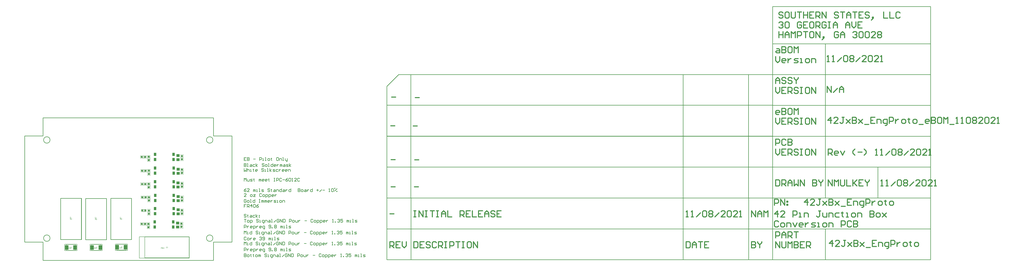
<source format=gtp>
G04*
G04 #@! TF.GenerationSoftware,Altium Limited,Altium Designer,18.1.11 (251)*
G04*
G04 Layer_Color=8421504*
%FSLAX25Y25*%
%MOIN*%
G70*
G01*
G75*
%ADD12C,0.00787*%
%ADD13C,0.01000*%
%ADD15C,0.02000*%
%ADD16C,0.00591*%
%ADD17C,0.00394*%
%ADD18R,0.02756X0.03543*%
%ADD19R,0.03543X0.03347*%
%ADD20R,0.06300X0.05200*%
%ADD21R,0.05118X0.05906*%
%ADD22R,0.03347X0.03543*%
%ADD23R,0.07000X0.08500*%
G36*
X269272Y22813D02*
X268930D01*
X267608Y24791D01*
Y22813D01*
X267288D01*
Y25332D01*
X267632D01*
X268952Y23355D01*
Y25332D01*
X269272D01*
Y22813D01*
D02*
G37*
G36*
X270762Y25372D02*
X270790D01*
X270824Y25368D01*
X270864Y25364D01*
X270910Y25359D01*
X270957Y25353D01*
X271010Y25344D01*
X271063Y25333D01*
X271119Y25319D01*
X271174Y25304D01*
X271228Y25284D01*
X271283Y25262D01*
X271336Y25237D01*
X271385Y25208D01*
X271389Y25206D01*
X271396Y25201D01*
X271409Y25190D01*
X271427Y25177D01*
X271449Y25161D01*
X271472Y25139D01*
X271500Y25115D01*
X271529Y25086D01*
X271560Y25053D01*
X271591Y25019D01*
X271623Y24979D01*
X271656Y24937D01*
X271687Y24889D01*
X271718Y24840D01*
X271747Y24786D01*
X271773Y24729D01*
Y24727D01*
X271774Y24725D01*
X271778Y24715D01*
X271785Y24698D01*
X271793Y24675D01*
X271803Y24645D01*
X271814Y24611D01*
X271827Y24571D01*
X271838Y24527D01*
X271851Y24478D01*
X271864Y24425D01*
X271874Y24371D01*
X271885Y24311D01*
X271893Y24250D01*
X271900Y24187D01*
X271904Y24121D01*
X271905Y24054D01*
Y24052D01*
Y24048D01*
Y24043D01*
Y24036D01*
Y24027D01*
X271904Y24016D01*
Y23988D01*
X271900Y23954D01*
X271898Y23914D01*
X271893Y23868D01*
X271887Y23819D01*
X271878Y23768D01*
X271869Y23714D01*
X271856Y23655D01*
X271842Y23597D01*
X271825Y23539D01*
X271805Y23481D01*
X271782Y23424D01*
X271756Y23368D01*
X271754Y23364D01*
X271749Y23355D01*
X271740Y23340D01*
X271729Y23319D01*
X271712Y23295D01*
X271694Y23268D01*
X271671Y23235D01*
X271645Y23202D01*
X271618Y23168D01*
X271585Y23129D01*
X271551Y23093D01*
X271512Y23057D01*
X271470Y23020D01*
X271427Y22986D01*
X271379Y22953D01*
X271328Y22922D01*
X271325Y22920D01*
X271316Y22915D01*
X271301Y22907D01*
X271279Y22898D01*
X271254Y22885D01*
X271223Y22873D01*
X271187Y22860D01*
X271148Y22846D01*
X271105Y22831D01*
X271057Y22818D01*
X271006Y22804D01*
X270954Y22793D01*
X270897Y22784D01*
X270839Y22776D01*
X270779Y22771D01*
X270717Y22769D01*
X270691D01*
X270681Y22771D01*
X270653Y22773D01*
X270620Y22774D01*
X270584Y22780D01*
X270542Y22785D01*
X270495Y22793D01*
X270446Y22804D01*
X270395Y22816D01*
X270342Y22831D01*
X270289Y22851D01*
X270236Y22873D01*
X270182Y22898D01*
X270131Y22927D01*
X270082Y22962D01*
X270078Y22964D01*
X270071Y22971D01*
X270056Y22982D01*
X270040Y22998D01*
X270018Y23017D01*
X269994Y23042D01*
X269969Y23069D01*
X269940Y23102D01*
X269911Y23138D01*
X269880Y23178D01*
X269851Y23224D01*
X269822Y23271D01*
X269792Y23324D01*
X269767Y23381D01*
X269742Y23441D01*
X269722Y23504D01*
X270049Y23581D01*
X270051Y23577D01*
X270053Y23568D01*
X270058Y23555D01*
X270065Y23535D01*
X270075Y23513D01*
X270086Y23488D01*
X270100Y23459D01*
X270115Y23428D01*
X270131Y23395D01*
X270151Y23362D01*
X270171Y23330D01*
X270195Y23295D01*
X270220Y23264D01*
X270246Y23233D01*
X270275Y23206D01*
X270306Y23180D01*
X270307Y23178D01*
X270313Y23175D01*
X270322Y23169D01*
X270335Y23160D01*
X270351Y23151D01*
X270371Y23140D01*
X270395Y23129D01*
X270420Y23117D01*
X270449Y23106D01*
X270480Y23095D01*
X270515Y23084D01*
X270551Y23075D01*
X270591Y23066D01*
X270633Y23060D01*
X270677Y23057D01*
X270724Y23055D01*
X270752D01*
X270772Y23057D01*
X270797Y23058D01*
X270826Y23062D01*
X270859Y23066D01*
X270894Y23073D01*
X270932Y23080D01*
X270970Y23089D01*
X271010Y23100D01*
X271052Y23113D01*
X271092Y23129D01*
X271132Y23149D01*
X271172Y23169D01*
X271210Y23195D01*
X271212Y23197D01*
X271219Y23200D01*
X271228Y23210D01*
X271241Y23220D01*
X271257Y23235D01*
X271276Y23251D01*
X271296Y23271D01*
X271318Y23293D01*
X271339Y23319D01*
X271363Y23346D01*
X271385Y23377D01*
X271407Y23412D01*
X271429Y23446D01*
X271449Y23484D01*
X271467Y23524D01*
X271483Y23568D01*
Y23570D01*
X271487Y23579D01*
X271491Y23592D01*
X271496Y23608D01*
X271501Y23630D01*
X271509Y23655D01*
X271514Y23685D01*
X271521Y23717D01*
X271529Y23752D01*
X271536Y23790D01*
X271543Y23830D01*
X271549Y23872D01*
X271558Y23959D01*
X271560Y24005D01*
X271562Y24052D01*
Y24056D01*
Y24067D01*
Y24083D01*
X271560Y24107D01*
X271558Y24134D01*
X271556Y24167D01*
X271554Y24203D01*
X271551Y24241D01*
X271545Y24285D01*
X271540Y24331D01*
X271521Y24423D01*
X271512Y24473D01*
X271500Y24520D01*
X271485Y24567D01*
X271469Y24613D01*
X271467Y24614D01*
X271465Y24624D01*
X271460Y24634D01*
X271450Y24651D01*
X271441Y24671D01*
X271429Y24695D01*
X271414Y24720D01*
X271398Y24747D01*
X271378Y24775D01*
X271356Y24804D01*
X271332Y24835D01*
X271307Y24864D01*
X271278Y24893D01*
X271247Y24920D01*
X271214Y24946D01*
X271178Y24969D01*
X271176Y24971D01*
X271168Y24975D01*
X271157Y24980D01*
X271143Y24988D01*
X271125Y24997D01*
X271103Y25008D01*
X271077Y25017D01*
X271050Y25028D01*
X271019Y25040D01*
X270986Y25049D01*
X270950Y25060D01*
X270914Y25069D01*
X270873Y25077D01*
X270833Y25082D01*
X270792Y25086D01*
X270750Y25088D01*
X270737D01*
X270723Y25086D01*
X270702D01*
X270679Y25082D01*
X270652Y25079D01*
X270619Y25075D01*
X270586Y25068D01*
X270550Y25059D01*
X270511Y25048D01*
X270471Y25035D01*
X270431Y25020D01*
X270391Y25002D01*
X270351Y24980D01*
X270313Y24955D01*
X270275Y24928D01*
X270273Y24926D01*
X270266Y24920D01*
X270256Y24911D01*
X270244Y24897D01*
X270227Y24880D01*
X270209Y24860D01*
X270189Y24835D01*
X270169Y24807D01*
X270147Y24775D01*
X270126Y24740D01*
X270102Y24700D01*
X270082Y24656D01*
X270060Y24611D01*
X270042Y24560D01*
X270025Y24507D01*
X270011Y24449D01*
X269678Y24533D01*
Y24534D01*
X269680Y24538D01*
X269681Y24543D01*
X269683Y24551D01*
X269685Y24560D01*
X269689Y24573D01*
X269698Y24600D01*
X269710Y24634D01*
X269725Y24673D01*
X269743Y24716D01*
X269765Y24764D01*
X269789Y24815D01*
X269816Y24866D01*
X269847Y24917D01*
X269882Y24969D01*
X269920Y25020D01*
X269962Y25069D01*
X270007Y25115D01*
X270056Y25159D01*
X270060Y25161D01*
X270069Y25168D01*
X270084Y25179D01*
X270106Y25192D01*
X270131Y25208D01*
X270164Y25226D01*
X270200Y25246D01*
X270242Y25266D01*
X270287Y25286D01*
X270338Y25306D01*
X270393Y25324D01*
X270451Y25341D01*
X270515Y25353D01*
X270581Y25364D01*
X270650Y25372D01*
X270723Y25374D01*
X270750D01*
X270762Y25372D01*
D02*
G37*
G36*
X266891Y25330D02*
Y25326D01*
Y25321D01*
Y25313D01*
Y25302D01*
X266890Y25292D01*
X266888Y25262D01*
X266884Y25232D01*
X266879Y25195D01*
X266869Y25157D01*
X266857Y25119D01*
Y25117D01*
X266853Y25111D01*
X266849Y25102D01*
X266844Y25089D01*
X266839Y25073D01*
X266829Y25055D01*
X266819Y25035D01*
X266808Y25013D01*
X266795Y24988D01*
X266778Y24962D01*
X266744Y24906D01*
X266702Y24846D01*
X266653Y24784D01*
X266651Y24782D01*
X266646Y24777D01*
X266638Y24767D01*
X266628Y24755D01*
X266613Y24738D01*
X266595Y24720D01*
X266575Y24698D01*
X266549Y24675D01*
X266522Y24647D01*
X266493Y24618D01*
X266460Y24587D01*
X266424Y24553D01*
X266384Y24518D01*
X266342Y24482D01*
X266296Y24443D01*
X266249Y24403D01*
X266247Y24402D01*
X266243Y24400D01*
X266238Y24394D01*
X266231Y24389D01*
X266222Y24380D01*
X266211Y24371D01*
X266183Y24347D01*
X266149Y24320D01*
X266112Y24285D01*
X266071Y24249D01*
X266027Y24209D01*
X265980Y24167D01*
X265934Y24123D01*
X265887Y24079D01*
X265843Y24034D01*
X265799Y23990D01*
X265761Y23948D01*
X265725Y23907D01*
X265696Y23868D01*
X265694Y23866D01*
X265690Y23859D01*
X265683Y23848D01*
X265672Y23836D01*
X265661Y23817D01*
X265650Y23797D01*
X265636Y23774D01*
X265623Y23748D01*
X265610Y23721D01*
X265596Y23692D01*
X265572Y23628D01*
X265563Y23595D01*
X265556Y23563D01*
X265552Y23530D01*
X265550Y23497D01*
Y23495D01*
Y23488D01*
Y23479D01*
X265552Y23466D01*
X265554Y23450D01*
X265557Y23431D01*
X265561Y23412D01*
X265566Y23390D01*
X265574Y23366D01*
X265583Y23340D01*
X265594Y23315D01*
X265606Y23290D01*
X265621Y23262D01*
X265639Y23237D01*
X265659Y23211D01*
X265683Y23188D01*
X265685Y23186D01*
X265688Y23182D01*
X265696Y23177D01*
X265706Y23168D01*
X265719Y23158D01*
X265736Y23148D01*
X265754Y23135D01*
X265774Y23124D01*
X265797Y23111D01*
X265823Y23100D01*
X265852Y23089D01*
X265881Y23080D01*
X265914Y23071D01*
X265949Y23066D01*
X265985Y23062D01*
X266023Y23060D01*
X266045D01*
X266060Y23062D01*
X266080Y23064D01*
X266102Y23067D01*
X266125Y23071D01*
X266152Y23077D01*
X266180Y23084D01*
X266209Y23093D01*
X266238Y23104D01*
X266269Y23117D01*
X266298Y23133D01*
X266327Y23151D01*
X266356Y23171D01*
X266382Y23195D01*
X266384Y23197D01*
X266387Y23200D01*
X266394Y23210D01*
X266402Y23219D01*
X266413Y23233D01*
X266424Y23249D01*
X266436Y23269D01*
X266447Y23291D01*
X266460Y23315D01*
X266473Y23344D01*
X266484Y23373D01*
X266495Y23406D01*
X266502Y23442D01*
X266509Y23481D01*
X266513Y23521D01*
X266515Y23564D01*
X266833Y23532D01*
Y23530D01*
Y23528D01*
X266831Y23523D01*
Y23515D01*
X266829Y23497D01*
X266824Y23473D01*
X266819Y23444D01*
X266811Y23410D01*
X266802Y23371D01*
X266791Y23331D01*
X266777Y23288D01*
X266760Y23244D01*
X266740Y23199D01*
X266717Y23153D01*
X266691Y23109D01*
X266660Y23067D01*
X266628Y23028D01*
X266589Y22991D01*
X266587Y22989D01*
X266580Y22984D01*
X266567Y22973D01*
X266551Y22962D01*
X266529Y22947D01*
X266504Y22931D01*
X266473Y22915D01*
X266438Y22896D01*
X266398Y22880D01*
X266356Y22864D01*
X266309Y22847D01*
X266258Y22833D01*
X266203Y22820D01*
X266145Y22811D01*
X266083Y22805D01*
X266018Y22804D01*
X266001D01*
X265983Y22805D01*
X265958Y22807D01*
X265927Y22809D01*
X265892Y22815D01*
X265852Y22820D01*
X265810Y22829D01*
X265765Y22840D01*
X265719Y22853D01*
X265670Y22869D01*
X265623Y22889D01*
X265576Y22913D01*
X265530Y22938D01*
X265486Y22969D01*
X265444Y23006D01*
X265443Y23008D01*
X265435Y23015D01*
X265424Y23026D01*
X265412Y23042D01*
X265395Y23060D01*
X265377Y23084D01*
X265357Y23111D01*
X265337Y23142D01*
X265319Y23177D01*
X265299Y23215D01*
X265281Y23257D01*
X265264Y23301D01*
X265251Y23348D01*
X265241Y23397D01*
X265233Y23450D01*
X265231Y23504D01*
Y23506D01*
Y23512D01*
Y23519D01*
Y23530D01*
X265233Y23544D01*
X265235Y23559D01*
X265237Y23577D01*
X265239Y23597D01*
X265246Y23643D01*
X265257Y23694D01*
X265273Y23746D01*
X265293Y23801D01*
Y23803D01*
X265297Y23808D01*
X265301Y23816D01*
X265306Y23826D01*
X265312Y23839D01*
X265321Y23856D01*
X265330Y23874D01*
X265342Y23894D01*
X265355Y23916D01*
X265370Y23939D01*
X265406Y23992D01*
X265426Y24019D01*
X265448Y24048D01*
X265474Y24078D01*
X265499Y24109D01*
X265501Y24110D01*
X265506Y24116D01*
X265514Y24125D01*
X265526Y24138D01*
X265543Y24154D01*
X265563Y24174D01*
X265585Y24198D01*
X265612Y24225D01*
X265643Y24254D01*
X265679Y24287D01*
X265718Y24323D01*
X265761Y24363D01*
X265809Y24405D01*
X265859Y24451D01*
X265916Y24500D01*
X265976Y24551D01*
X265980Y24553D01*
X265989Y24562D01*
X266001Y24573D01*
X266020Y24589D01*
X266043Y24607D01*
X266067Y24629D01*
X266094Y24653D01*
X266123Y24678D01*
X266185Y24731D01*
X266214Y24758D01*
X266243Y24784D01*
X266271Y24809D01*
X266294Y24831D01*
X266316Y24851D01*
X266333Y24869D01*
X266336Y24873D01*
X266345Y24884D01*
X266360Y24900D01*
X266378Y24920D01*
X266398Y24946D01*
X266420Y24973D01*
X266442Y25004D01*
X266462Y25035D01*
X265228D01*
Y25332D01*
X266891D01*
Y25330D01*
D02*
G37*
G36*
X188500Y23181D02*
X187584D01*
X187561Y23183D01*
X187532D01*
X187501Y23185D01*
X187466D01*
X187393Y23190D01*
X187319Y23196D01*
X187282Y23201D01*
X187248Y23205D01*
X187215Y23210D01*
X187184Y23217D01*
X187182D01*
X187175Y23219D01*
X187164Y23223D01*
X187148Y23227D01*
X187129Y23234D01*
X187108Y23241D01*
X187084Y23248D01*
X187057Y23259D01*
X187000Y23283D01*
X186938Y23316D01*
X186877Y23352D01*
X186846Y23374D01*
X186817Y23398D01*
X186815Y23400D01*
X186807Y23405D01*
X186796Y23416D01*
X186784Y23429D01*
X186767Y23445D01*
X186747Y23465D01*
X186727Y23489D01*
X186704Y23514D01*
X186680Y23545D01*
X186656Y23578D01*
X186631Y23613D01*
X186605Y23651D01*
X186582Y23693D01*
X186560Y23734D01*
X186538Y23782D01*
X186518Y23829D01*
X186516Y23833D01*
X186514Y23842D01*
X186509Y23855D01*
X186502Y23875D01*
X186494Y23900D01*
X186487Y23929D01*
X186478Y23964D01*
X186467Y24002D01*
X186458Y24044D01*
X186449Y24091D01*
X186442Y24140D01*
X186434Y24193D01*
X186427Y24248D01*
X186422Y24306D01*
X186420Y24366D01*
X186418Y24428D01*
Y24431D01*
Y24441D01*
Y24455D01*
X186420Y24477D01*
Y24501D01*
X186422Y24530D01*
X186423Y24563D01*
X186427Y24599D01*
X186431Y24637D01*
X186434Y24679D01*
X186447Y24765D01*
X186463Y24852D01*
X186485Y24937D01*
Y24939D01*
X186489Y24947D01*
X186493Y24959D01*
X186498Y24974D01*
X186504Y24992D01*
X186513Y25014D01*
X186522Y25039D01*
X186533Y25065D01*
X186556Y25123D01*
X186587Y25185D01*
X186620Y25245D01*
X186658Y25303D01*
X186660Y25305D01*
X186664Y25309D01*
X186669Y25318D01*
X186676Y25327D01*
X186686Y25340D01*
X186698Y25354D01*
X186725Y25387D01*
X186760Y25423D01*
X186798Y25462D01*
X186842Y25498D01*
X186888Y25533D01*
X186889D01*
X186893Y25536D01*
X186900Y25540D01*
X186909Y25545D01*
X186922Y25553D01*
X186937Y25560D01*
X186953Y25569D01*
X186971Y25578D01*
X186993Y25589D01*
X187015Y25600D01*
X187040Y25609D01*
X187066Y25620D01*
X187124Y25640D01*
X187188Y25658D01*
X187190D01*
X187195Y25660D01*
X187206Y25662D01*
X187219Y25665D01*
X187235Y25667D01*
X187255Y25671D01*
X187279Y25675D01*
X187304Y25678D01*
X187333Y25684D01*
X187364Y25687D01*
X187397Y25691D01*
X187434Y25693D01*
X187470Y25696D01*
X187510Y25698D01*
X187592Y25700D01*
X188500D01*
Y23181D01*
D02*
G37*
G36*
X185230Y23731D02*
X185231Y23733D01*
X185235Y23736D01*
X185240Y23742D01*
X185249Y23749D01*
X185260Y23758D01*
X185275Y23771D01*
X185291Y23784D01*
X185308Y23798D01*
X185330Y23813D01*
X185351Y23831D01*
X185375Y23847D01*
X185400Y23867D01*
X185430Y23886D01*
X185459Y23905D01*
X185524Y23945D01*
X185526Y23947D01*
X185532Y23951D01*
X185543Y23956D01*
X185555Y23962D01*
X185570Y23971D01*
X185588Y23982D01*
X185610Y23993D01*
X185632Y24006D01*
X185683Y24031D01*
X185737Y24057D01*
X185794Y24082D01*
X185848Y24104D01*
Y23805D01*
X185845Y23804D01*
X185837Y23800D01*
X185823Y23793D01*
X185805Y23784D01*
X185783Y23773D01*
X185755Y23758D01*
X185726Y23742D01*
X185695Y23723D01*
X185661Y23702D01*
X185624Y23680D01*
X185548Y23629D01*
X185470Y23572D01*
X185395Y23510D01*
X185393Y23509D01*
X185386Y23503D01*
X185377Y23494D01*
X185364Y23481D01*
X185348Y23465D01*
X185330Y23447D01*
X185310Y23425D01*
X185288Y23403D01*
X185266Y23378D01*
X185242Y23350D01*
X185197Y23294D01*
X185155Y23234D01*
X185137Y23203D01*
X185120Y23172D01*
X184920D01*
Y25700D01*
X185230D01*
Y23731D01*
D02*
G37*
G36*
X188000Y83789D02*
X186031D01*
X186033Y83787D01*
X186036Y83783D01*
X186042Y83778D01*
X186049Y83768D01*
X186058Y83758D01*
X186071Y83743D01*
X186083Y83727D01*
X186098Y83710D01*
X186113Y83688D01*
X186131Y83667D01*
X186147Y83643D01*
X186167Y83618D01*
X186186Y83588D01*
X186205Y83559D01*
X186246Y83494D01*
X186247Y83492D01*
X186251Y83486D01*
X186256Y83476D01*
X186262Y83463D01*
X186271Y83448D01*
X186282Y83430D01*
X186293Y83408D01*
X186306Y83386D01*
X186331Y83335D01*
X186356Y83281D01*
X186382Y83224D01*
X186404Y83170D01*
X186105D01*
X186104Y83173D01*
X186100Y83181D01*
X186093Y83195D01*
X186083Y83213D01*
X186073Y83235D01*
X186058Y83263D01*
X186042Y83292D01*
X186023Y83323D01*
X186002Y83357D01*
X185980Y83394D01*
X185929Y83470D01*
X185872Y83548D01*
X185810Y83623D01*
X185809Y83625D01*
X185803Y83632D01*
X185794Y83641D01*
X185781Y83654D01*
X185765Y83670D01*
X185747Y83688D01*
X185725Y83709D01*
X185703Y83730D01*
X185678Y83752D01*
X185650Y83776D01*
X185594Y83821D01*
X185534Y83863D01*
X185503Y83881D01*
X185472Y83898D01*
Y84098D01*
X188000D01*
Y83789D01*
D02*
G37*
G36*
Y82342D02*
X186730Y81444D01*
X187126Y81033D01*
X188000D01*
Y80700D01*
X185481D01*
Y81033D01*
X186732D01*
X185481Y82283D01*
Y82737D01*
X186504Y81677D01*
X188000Y82782D01*
Y82342D01*
D02*
G37*
G36*
X139250Y22681D02*
X138335D01*
X138311Y22683D01*
X138282D01*
X138251Y22685D01*
X138216D01*
X138143Y22690D01*
X138069Y22696D01*
X138032Y22701D01*
X137998Y22705D01*
X137965Y22710D01*
X137934Y22717D01*
X137932D01*
X137925Y22719D01*
X137914Y22723D01*
X137898Y22727D01*
X137880Y22734D01*
X137858Y22741D01*
X137834Y22749D01*
X137807Y22759D01*
X137750Y22783D01*
X137688Y22816D01*
X137627Y22852D01*
X137596Y22874D01*
X137566Y22898D01*
X137565Y22899D01*
X137557Y22905D01*
X137547Y22916D01*
X137534Y22929D01*
X137517Y22945D01*
X137497Y22965D01*
X137477Y22989D01*
X137454Y23014D01*
X137430Y23045D01*
X137406Y23078D01*
X137381Y23112D01*
X137355Y23151D01*
X137332Y23192D01*
X137310Y23234D01*
X137288Y23282D01*
X137268Y23329D01*
X137266Y23333D01*
X137264Y23342D01*
X137259Y23355D01*
X137252Y23374D01*
X137244Y23400D01*
X137237Y23429D01*
X137228Y23464D01*
X137217Y23502D01*
X137208Y23544D01*
X137199Y23591D01*
X137192Y23640D01*
X137184Y23693D01*
X137177Y23748D01*
X137172Y23806D01*
X137170Y23866D01*
X137168Y23928D01*
Y23932D01*
Y23941D01*
Y23955D01*
X137170Y23977D01*
Y24001D01*
X137172Y24030D01*
X137173Y24062D01*
X137177Y24099D01*
X137181Y24137D01*
X137184Y24179D01*
X137197Y24264D01*
X137213Y24352D01*
X137235Y24437D01*
Y24439D01*
X137239Y24446D01*
X137242Y24459D01*
X137248Y24474D01*
X137253Y24492D01*
X137263Y24514D01*
X137272Y24539D01*
X137283Y24565D01*
X137306Y24623D01*
X137337Y24685D01*
X137370Y24745D01*
X137408Y24803D01*
X137410Y24805D01*
X137414Y24809D01*
X137419Y24818D01*
X137426Y24827D01*
X137435Y24840D01*
X137448Y24854D01*
X137476Y24887D01*
X137510Y24923D01*
X137548Y24962D01*
X137592Y24998D01*
X137637Y25033D01*
X137639D01*
X137643Y25036D01*
X137650Y25040D01*
X137659Y25045D01*
X137672Y25053D01*
X137687Y25060D01*
X137703Y25069D01*
X137721Y25078D01*
X137743Y25089D01*
X137765Y25100D01*
X137790Y25109D01*
X137816Y25120D01*
X137874Y25140D01*
X137938Y25158D01*
X137940D01*
X137945Y25160D01*
X137956Y25162D01*
X137969Y25165D01*
X137985Y25167D01*
X138005Y25171D01*
X138029Y25174D01*
X138054Y25178D01*
X138083Y25184D01*
X138114Y25187D01*
X138147Y25191D01*
X138183Y25193D01*
X138220Y25196D01*
X138260Y25198D01*
X138342Y25200D01*
X139250D01*
Y22681D01*
D02*
G37*
G36*
X136873Y25198D02*
Y25194D01*
Y25189D01*
Y25182D01*
Y25171D01*
X136871Y25160D01*
X136869Y25131D01*
X136866Y25100D01*
X136860Y25063D01*
X136851Y25025D01*
X136838Y24987D01*
Y24985D01*
X136835Y24980D01*
X136831Y24971D01*
X136826Y24958D01*
X136820Y24942D01*
X136811Y24923D01*
X136800Y24903D01*
X136789Y24882D01*
X136777Y24856D01*
X136760Y24830D01*
X136726Y24774D01*
X136684Y24714D01*
X136635Y24652D01*
X136633Y24650D01*
X136627Y24645D01*
X136620Y24636D01*
X136609Y24623D01*
X136595Y24607D01*
X136576Y24588D01*
X136556Y24567D01*
X136531Y24543D01*
X136504Y24516D01*
X136475Y24487D01*
X136442Y24456D01*
X136405Y24421D01*
X136365Y24386D01*
X136323Y24350D01*
X136278Y24312D01*
X136231Y24272D01*
X136229Y24270D01*
X136225Y24268D01*
X136220Y24263D01*
X136212Y24257D01*
X136203Y24248D01*
X136192Y24239D01*
X136165Y24215D01*
X136130Y24188D01*
X136094Y24153D01*
X136052Y24117D01*
X136009Y24077D01*
X135961Y24035D01*
X135916Y23991D01*
X135868Y23948D01*
X135825Y23902D01*
X135781Y23859D01*
X135743Y23817D01*
X135706Y23775D01*
X135677Y23737D01*
X135676Y23735D01*
X135672Y23728D01*
X135665Y23717D01*
X135654Y23704D01*
X135643Y23686D01*
X135632Y23666D01*
X135617Y23642D01*
X135605Y23617D01*
X135592Y23589D01*
X135577Y23560D01*
X135554Y23496D01*
X135545Y23464D01*
X135537Y23431D01*
X135534Y23398D01*
X135532Y23365D01*
Y23364D01*
Y23356D01*
Y23347D01*
X135534Y23335D01*
X135535Y23318D01*
X135539Y23300D01*
X135543Y23280D01*
X135548Y23258D01*
X135555Y23234D01*
X135564Y23209D01*
X135575Y23183D01*
X135588Y23158D01*
X135603Y23131D01*
X135621Y23105D01*
X135641Y23080D01*
X135665Y23056D01*
X135666Y23054D01*
X135670Y23051D01*
X135677Y23045D01*
X135688Y23036D01*
X135701Y23027D01*
X135717Y23016D01*
X135736Y23003D01*
X135756Y22992D01*
X135779Y22980D01*
X135805Y22969D01*
X135834Y22958D01*
X135863Y22949D01*
X135896Y22940D01*
X135930Y22934D01*
X135967Y22930D01*
X136005Y22929D01*
X136027D01*
X136041Y22930D01*
X136061Y22932D01*
X136083Y22936D01*
X136107Y22940D01*
X136134Y22945D01*
X136161Y22952D01*
X136191Y22961D01*
X136220Y22972D01*
X136251Y22985D01*
X136280Y23001D01*
X136309Y23020D01*
X136338Y23040D01*
X136363Y23063D01*
X136365Y23065D01*
X136369Y23069D01*
X136376Y23078D01*
X136383Y23087D01*
X136394Y23101D01*
X136405Y23118D01*
X136418Y23138D01*
X136429Y23160D01*
X136442Y23183D01*
X136454Y23213D01*
X136465Y23242D01*
X136476Y23274D01*
X136484Y23311D01*
X136491Y23349D01*
X136495Y23389D01*
X136496Y23433D01*
X136815Y23400D01*
Y23398D01*
Y23396D01*
X136813Y23391D01*
Y23384D01*
X136811Y23365D01*
X136806Y23342D01*
X136800Y23313D01*
X136793Y23278D01*
X136784Y23240D01*
X136773Y23200D01*
X136758Y23156D01*
X136742Y23112D01*
X136722Y23067D01*
X136698Y23021D01*
X136673Y22978D01*
X136642Y22936D01*
X136609Y22896D01*
X136571Y22860D01*
X136569Y22858D01*
X136562Y22852D01*
X136549Y22841D01*
X136533Y22830D01*
X136511Y22816D01*
X136485Y22799D01*
X136454Y22783D01*
X136420Y22765D01*
X136380Y22749D01*
X136338Y22732D01*
X136291Y22716D01*
X136240Y22701D01*
X136185Y22688D01*
X136127Y22679D01*
X136065Y22674D01*
X136000Y22672D01*
X135983D01*
X135965Y22674D01*
X135939Y22676D01*
X135908Y22678D01*
X135874Y22683D01*
X135834Y22688D01*
X135792Y22697D01*
X135747Y22708D01*
X135701Y22721D01*
X135652Y22738D01*
X135605Y22758D01*
X135557Y22781D01*
X135512Y22807D01*
X135468Y22838D01*
X135426Y22874D01*
X135424Y22876D01*
X135417Y22883D01*
X135406Y22894D01*
X135393Y22910D01*
X135377Y22929D01*
X135359Y22952D01*
X135339Y22980D01*
X135319Y23010D01*
X135301Y23045D01*
X135281Y23083D01*
X135262Y23125D01*
X135246Y23169D01*
X135233Y23216D01*
X135222Y23265D01*
X135215Y23318D01*
X135213Y23373D01*
Y23374D01*
Y23380D01*
Y23387D01*
Y23398D01*
X135215Y23413D01*
X135217Y23427D01*
X135219Y23446D01*
X135221Y23465D01*
X135228Y23511D01*
X135239Y23562D01*
X135255Y23615D01*
X135275Y23669D01*
Y23671D01*
X135279Y23677D01*
X135282Y23684D01*
X135288Y23695D01*
X135293Y23708D01*
X135302Y23724D01*
X135311Y23742D01*
X135324Y23762D01*
X135337Y23784D01*
X135352Y23808D01*
X135388Y23860D01*
X135408Y23888D01*
X135430Y23917D01*
X135455Y23946D01*
X135481Y23977D01*
X135483Y23979D01*
X135488Y23984D01*
X135495Y23993D01*
X135508Y24006D01*
X135524Y24023D01*
X135545Y24043D01*
X135566Y24066D01*
X135594Y24093D01*
X135625Y24123D01*
X135661Y24155D01*
X135699Y24192D01*
X135743Y24232D01*
X135790Y24274D01*
X135841Y24319D01*
X135898Y24368D01*
X135958Y24419D01*
X135961Y24421D01*
X135970Y24430D01*
X135983Y24441D01*
X136001Y24457D01*
X136025Y24476D01*
X136049Y24498D01*
X136076Y24521D01*
X136105Y24547D01*
X136167Y24599D01*
X136196Y24627D01*
X136225Y24652D01*
X136252Y24678D01*
X136276Y24700D01*
X136298Y24720D01*
X136314Y24738D01*
X136318Y24741D01*
X136327Y24752D01*
X136342Y24769D01*
X136360Y24789D01*
X136380Y24814D01*
X136402Y24841D01*
X136424Y24872D01*
X136444Y24903D01*
X135210D01*
Y25200D01*
X136873D01*
Y25198D01*
D02*
G37*
G36*
X139188Y82643D02*
X139186D01*
X139182D01*
X139177D01*
X139169D01*
X139158D01*
X139147Y82645D01*
X139118Y82647D01*
X139087Y82650D01*
X139051Y82656D01*
X139013Y82665D01*
X138975Y82678D01*
X138973D01*
X138967Y82681D01*
X138958Y82685D01*
X138945Y82690D01*
X138929Y82696D01*
X138911Y82705D01*
X138891Y82716D01*
X138869Y82727D01*
X138844Y82739D01*
X138818Y82756D01*
X138762Y82790D01*
X138702Y82832D01*
X138640Y82881D01*
X138638Y82883D01*
X138632Y82889D01*
X138623Y82896D01*
X138611Y82907D01*
X138594Y82921D01*
X138576Y82940D01*
X138554Y82960D01*
X138531Y82985D01*
X138503Y83012D01*
X138474Y83042D01*
X138443Y83074D01*
X138409Y83111D01*
X138374Y83151D01*
X138338Y83193D01*
X138299Y83238D01*
X138259Y83285D01*
X138258Y83287D01*
X138256Y83291D01*
X138250Y83296D01*
X138245Y83304D01*
X138236Y83313D01*
X138226Y83324D01*
X138203Y83351D01*
X138176Y83385D01*
X138141Y83422D01*
X138105Y83464D01*
X138065Y83507D01*
X138023Y83555D01*
X137979Y83600D01*
X137935Y83648D01*
X137890Y83691D01*
X137846Y83735D01*
X137804Y83773D01*
X137762Y83810D01*
X137724Y83839D01*
X137722Y83841D01*
X137715Y83844D01*
X137704Y83851D01*
X137691Y83862D01*
X137673Y83873D01*
X137653Y83884D01*
X137630Y83899D01*
X137604Y83912D01*
X137577Y83924D01*
X137548Y83939D01*
X137484Y83963D01*
X137451Y83972D01*
X137418Y83979D01*
X137386Y83982D01*
X137353Y83984D01*
X137351D01*
X137344D01*
X137335D01*
X137322Y83982D01*
X137306Y83981D01*
X137287Y83977D01*
X137267Y83973D01*
X137246Y83968D01*
X137222Y83961D01*
X137196Y83951D01*
X137171Y83941D01*
X137145Y83928D01*
X137118Y83913D01*
X137093Y83895D01*
X137067Y83875D01*
X137043Y83851D01*
X137042Y83850D01*
X137038Y83846D01*
X137033Y83839D01*
X137023Y83828D01*
X137014Y83815D01*
X137004Y83799D01*
X136991Y83780D01*
X136980Y83760D01*
X136967Y83737D01*
X136956Y83711D01*
X136945Y83682D01*
X136936Y83653D01*
X136927Y83620D01*
X136922Y83586D01*
X136918Y83549D01*
X136916Y83511D01*
Y83489D01*
X136918Y83475D01*
X136920Y83455D01*
X136923Y83433D01*
X136927Y83409D01*
X136933Y83382D01*
X136940Y83355D01*
X136949Y83325D01*
X136960Y83296D01*
X136973Y83265D01*
X136989Y83236D01*
X137007Y83207D01*
X137027Y83178D01*
X137051Y83153D01*
X137053Y83151D01*
X137056Y83147D01*
X137065Y83140D01*
X137074Y83132D01*
X137089Y83122D01*
X137105Y83111D01*
X137125Y83098D01*
X137147Y83087D01*
X137171Y83074D01*
X137200Y83061D01*
X137229Y83051D01*
X137262Y83040D01*
X137298Y83032D01*
X137337Y83025D01*
X137377Y83021D01*
X137420Y83020D01*
X137388Y82701D01*
X137386D01*
X137384D01*
X137378Y82703D01*
X137371D01*
X137353Y82705D01*
X137329Y82710D01*
X137300Y82716D01*
X137266Y82723D01*
X137227Y82732D01*
X137187Y82743D01*
X137144Y82758D01*
X137100Y82774D01*
X137055Y82794D01*
X137009Y82818D01*
X136965Y82843D01*
X136923Y82874D01*
X136883Y82907D01*
X136847Y82945D01*
X136845Y82947D01*
X136840Y82954D01*
X136829Y82967D01*
X136818Y82983D01*
X136803Y83005D01*
X136787Y83031D01*
X136770Y83061D01*
X136752Y83096D01*
X136736Y83136D01*
X136720Y83178D01*
X136703Y83225D01*
X136689Y83276D01*
X136676Y83331D01*
X136667Y83389D01*
X136661Y83451D01*
X136660Y83517D01*
Y83533D01*
X136661Y83551D01*
X136663Y83577D01*
X136665Y83608D01*
X136670Y83642D01*
X136676Y83682D01*
X136685Y83724D01*
X136696Y83770D01*
X136709Y83815D01*
X136725Y83864D01*
X136745Y83912D01*
X136769Y83959D01*
X136794Y84004D01*
X136825Y84048D01*
X136862Y84090D01*
X136863Y84092D01*
X136871Y84099D01*
X136882Y84110D01*
X136898Y84123D01*
X136916Y84139D01*
X136940Y84157D01*
X136967Y84177D01*
X136998Y84197D01*
X137033Y84215D01*
X137071Y84236D01*
X137113Y84254D01*
X137156Y84270D01*
X137204Y84283D01*
X137253Y84294D01*
X137306Y84301D01*
X137360Y84303D01*
X137362D01*
X137367D01*
X137375D01*
X137386D01*
X137400Y84301D01*
X137415Y84299D01*
X137433Y84297D01*
X137453Y84295D01*
X137498Y84288D01*
X137549Y84277D01*
X137602Y84261D01*
X137657Y84241D01*
X137659D01*
X137664Y84237D01*
X137671Y84234D01*
X137682Y84228D01*
X137695Y84223D01*
X137712Y84214D01*
X137730Y84205D01*
X137750Y84192D01*
X137771Y84179D01*
X137795Y84165D01*
X137848Y84128D01*
X137875Y84108D01*
X137904Y84086D01*
X137934Y84061D01*
X137964Y84035D01*
X137966Y84033D01*
X137972Y84028D01*
X137981Y84021D01*
X137994Y84008D01*
X138010Y83992D01*
X138030Y83972D01*
X138054Y83950D01*
X138081Y83922D01*
X138110Y83891D01*
X138143Y83855D01*
X138179Y83817D01*
X138219Y83773D01*
X138261Y83726D01*
X138307Y83675D01*
X138356Y83618D01*
X138407Y83558D01*
X138409Y83555D01*
X138418Y83546D01*
X138429Y83533D01*
X138445Y83515D01*
X138463Y83491D01*
X138485Y83467D01*
X138509Y83440D01*
X138534Y83411D01*
X138587Y83349D01*
X138614Y83320D01*
X138640Y83291D01*
X138665Y83264D01*
X138687Y83240D01*
X138707Y83218D01*
X138725Y83202D01*
X138729Y83198D01*
X138740Y83189D01*
X138756Y83174D01*
X138776Y83156D01*
X138802Y83136D01*
X138829Y83114D01*
X138860Y83092D01*
X138891Y83073D01*
Y84306D01*
X139188D01*
Y82643D01*
D02*
G37*
G36*
Y82090D02*
X137917Y81192D01*
X138314Y80781D01*
X139188D01*
Y80448D01*
X136669D01*
Y80781D01*
X137919D01*
X136669Y82031D01*
Y82485D01*
X137691Y81425D01*
X139188Y82530D01*
Y82090D01*
D02*
G37*
G36*
X86817Y25244D02*
X86839Y25242D01*
X86868Y25240D01*
X86901Y25235D01*
X86937Y25229D01*
X86977Y25220D01*
X87019Y25211D01*
X87064Y25198D01*
X87110Y25182D01*
X87157Y25162D01*
X87203Y25140D01*
X87248Y25115D01*
X87294Y25084D01*
X87335Y25049D01*
X87337Y25047D01*
X87345Y25040D01*
X87356Y25029D01*
X87370Y25012D01*
X87387Y24993D01*
X87406Y24969D01*
X87427Y24942D01*
X87448Y24911D01*
X87470Y24876D01*
X87492Y24836D01*
X87512Y24794D01*
X87532Y24749D01*
X87549Y24700D01*
X87565Y24648D01*
X87576Y24594D01*
X87583Y24536D01*
X87274Y24494D01*
Y24498D01*
X87272Y24505D01*
X87268Y24519D01*
X87263Y24538D01*
X87257Y24559D01*
X87250Y24583D01*
X87241Y24610D01*
X87232Y24639D01*
X87206Y24703D01*
X87175Y24765D01*
X87157Y24796D01*
X87137Y24825D01*
X87117Y24851D01*
X87094Y24874D01*
X87092Y24876D01*
X87088Y24880D01*
X87081Y24885D01*
X87070Y24892D01*
X87059Y24902D01*
X87042Y24911D01*
X87026Y24922D01*
X87006Y24931D01*
X86984Y24942D01*
X86961Y24952D01*
X86935Y24962D01*
X86908Y24971D01*
X86879Y24978D01*
X86848Y24983D01*
X86817Y24987D01*
X86782Y24989D01*
X86773D01*
X86760Y24987D01*
X86746D01*
X86726Y24983D01*
X86704Y24982D01*
X86680Y24976D01*
X86653Y24971D01*
X86626Y24962D01*
X86595Y24952D01*
X86564Y24940D01*
X86533Y24925D01*
X86502Y24907D01*
X86471Y24887D01*
X86442Y24865D01*
X86413Y24838D01*
X86411Y24836D01*
X86405Y24830D01*
X86398Y24823D01*
X86389Y24811D01*
X86378Y24796D01*
X86365Y24778D01*
X86351Y24758D01*
X86336Y24734D01*
X86324Y24709D01*
X86309Y24679D01*
X86296Y24650D01*
X86285Y24616D01*
X86276Y24581D01*
X86269Y24545D01*
X86264Y24505D01*
X86262Y24465D01*
Y24463D01*
Y24456D01*
Y24445D01*
X86264Y24428D01*
X86265Y24412D01*
X86269Y24390D01*
X86273Y24366D01*
X86280Y24341D01*
X86287Y24314D01*
X86296Y24284D01*
X86307Y24255D01*
X86320Y24226D01*
X86336Y24197D01*
X86356Y24168D01*
X86376Y24141D01*
X86402Y24114D01*
X86404Y24112D01*
X86407Y24108D01*
X86416Y24101D01*
X86427Y24092D01*
X86440Y24081D01*
X86457Y24070D01*
X86476Y24057D01*
X86498Y24044D01*
X86522Y24032D01*
X86549Y24019D01*
X86578Y24008D01*
X86609Y23997D01*
X86642Y23988D01*
X86678Y23981D01*
X86715Y23977D01*
X86755Y23975D01*
X86771D01*
X86790Y23977D01*
X86815Y23979D01*
X86848Y23982D01*
X86884Y23990D01*
X86926Y23997D01*
X86973Y24008D01*
X86939Y23737D01*
X86933D01*
X86928Y23739D01*
X86921D01*
X86904Y23740D01*
X86870D01*
X86857Y23739D01*
X86839Y23737D01*
X86819Y23735D01*
X86797Y23731D01*
X86771Y23728D01*
X86744Y23722D01*
X86717Y23715D01*
X86657Y23697D01*
X86626Y23686D01*
X86595Y23671D01*
X86564Y23657D01*
X86535Y23638D01*
X86533Y23637D01*
X86527Y23633D01*
X86520Y23628D01*
X86509Y23618D01*
X86498Y23607D01*
X86484Y23595D01*
X86471Y23578D01*
X86455Y23560D01*
X86440Y23538D01*
X86426Y23515D01*
X86413Y23489D01*
X86402Y23460D01*
X86391Y23429D01*
X86384Y23395D01*
X86378Y23358D01*
X86376Y23320D01*
Y23318D01*
Y23313D01*
Y23304D01*
X86378Y23291D01*
X86380Y23278D01*
X86382Y23260D01*
X86386Y23242D01*
X86391Y23222D01*
X86405Y23178D01*
X86415Y23154D01*
X86426Y23131D01*
X86438Y23107D01*
X86455Y23083D01*
X86473Y23062D01*
X86493Y23040D01*
X86495Y23038D01*
X86498Y23034D01*
X86504Y23029D01*
X86513Y23021D01*
X86526Y23014D01*
X86538Y23003D01*
X86555Y22994D01*
X86573Y22983D01*
X86593Y22972D01*
X86615Y22963D01*
X86640Y22952D01*
X86666Y22945D01*
X86695Y22938D01*
X86724Y22932D01*
X86757Y22929D01*
X86790Y22927D01*
X86808D01*
X86819Y22929D01*
X86835Y22930D01*
X86853Y22932D01*
X86873Y22936D01*
X86895Y22941D01*
X86942Y22954D01*
X86966Y22963D01*
X86992Y22976D01*
X87017Y22989D01*
X87042Y23003D01*
X87066Y23021D01*
X87090Y23042D01*
X87092Y23043D01*
X87095Y23047D01*
X87101Y23054D01*
X87110Y23063D01*
X87119Y23074D01*
X87130Y23089D01*
X87141Y23107D01*
X87154Y23125D01*
X87166Y23149D01*
X87179Y23174D01*
X87194Y23202D01*
X87204Y23233D01*
X87217Y23265D01*
X87226Y23300D01*
X87235Y23338D01*
X87243Y23380D01*
X87552Y23325D01*
Y23324D01*
Y23322D01*
X87549Y23311D01*
X87545Y23296D01*
X87539Y23274D01*
X87532Y23247D01*
X87523Y23218D01*
X87512Y23185D01*
X87499Y23149D01*
X87483Y23111D01*
X87465Y23071D01*
X87443Y23031D01*
X87419Y22990D01*
X87394Y22951D01*
X87365Y22912D01*
X87332Y22876D01*
X87296Y22843D01*
X87294Y22841D01*
X87286Y22836D01*
X87275Y22827D01*
X87259Y22816D01*
X87239Y22803D01*
X87215Y22788D01*
X87188Y22774D01*
X87157Y22758D01*
X87123Y22741D01*
X87084Y22727D01*
X87044Y22712D01*
X87001Y22699D01*
X86953Y22688D01*
X86902Y22679D01*
X86850Y22674D01*
X86795Y22672D01*
X86775D01*
X86760Y22674D01*
X86742D01*
X86720Y22678D01*
X86697Y22679D01*
X86671Y22683D01*
X86642Y22688D01*
X86613Y22694D01*
X86549Y22710D01*
X86515Y22719D01*
X86482Y22732D01*
X86449Y22745D01*
X86416Y22761D01*
X86415Y22763D01*
X86409Y22765D01*
X86400Y22770D01*
X86387Y22778D01*
X86373Y22787D01*
X86356Y22798D01*
X86338Y22810D01*
X86318Y22825D01*
X86274Y22860D01*
X86231Y22901D01*
X86189Y22949D01*
X86169Y22976D01*
X86151Y23003D01*
X86149Y23005D01*
X86147Y23010D01*
X86142Y23018D01*
X86136Y23031D01*
X86129Y23043D01*
X86122Y23062D01*
X86112Y23080D01*
X86103Y23101D01*
X86096Y23125D01*
X86087Y23149D01*
X86072Y23203D01*
X86062Y23264D01*
X86060Y23294D01*
X86058Y23327D01*
Y23329D01*
Y23335D01*
Y23344D01*
X86060Y23355D01*
Y23369D01*
X86063Y23385D01*
X86065Y23405D01*
X86069Y23426D01*
X86080Y23473D01*
X86096Y23522D01*
X86105Y23547D01*
X86118Y23575D01*
X86131Y23600D01*
X86147Y23626D01*
X86149Y23628D01*
X86151Y23631D01*
X86156Y23638D01*
X86163Y23648D01*
X86172Y23659D01*
X86184Y23671D01*
X86196Y23686D01*
X86213Y23702D01*
X86229Y23719D01*
X86249Y23735D01*
X86269Y23753D01*
X86293Y23771D01*
X86318Y23788D01*
X86345Y23806D01*
X86375Y23822D01*
X86405Y23837D01*
X86404D01*
X86396Y23839D01*
X86384Y23842D01*
X86369Y23848D01*
X86349Y23853D01*
X86327Y23862D01*
X86304Y23871D01*
X86278Y23884D01*
X86251Y23897D01*
X86222Y23913D01*
X86193Y23930D01*
X86163Y23950D01*
X86136Y23971D01*
X86109Y23995D01*
X86081Y24023D01*
X86058Y24052D01*
X86056Y24053D01*
X86052Y24059D01*
X86047Y24068D01*
X86038Y24081D01*
X86029Y24097D01*
X86018Y24115D01*
X86007Y24137D01*
X85996Y24163D01*
X85985Y24192D01*
X85972Y24223D01*
X85963Y24255D01*
X85954Y24292D01*
X85945Y24330D01*
X85940Y24370D01*
X85936Y24412D01*
X85934Y24457D01*
Y24461D01*
Y24472D01*
X85936Y24490D01*
X85938Y24512D01*
X85941Y24541D01*
X85947Y24574D01*
X85954Y24610D01*
X85965Y24650D01*
X85978Y24694D01*
X85992Y24738D01*
X86012Y24785D01*
X86036Y24832D01*
X86063Y24880D01*
X86096Y24927D01*
X86134Y24972D01*
X86176Y25016D01*
X86180Y25018D01*
X86187Y25025D01*
X86200Y25038D01*
X86220Y25053D01*
X86243Y25069D01*
X86271Y25089D01*
X86305Y25109D01*
X86342Y25131D01*
X86384Y25153D01*
X86431Y25173D01*
X86480Y25193D01*
X86535Y25209D01*
X86591Y25224D01*
X86653Y25236D01*
X86717Y25244D01*
X86784Y25245D01*
X86799D01*
X86817Y25244D01*
D02*
G37*
G36*
X90000Y22681D02*
X89085D01*
X89061Y22683D01*
X89032D01*
X89001Y22685D01*
X88966D01*
X88893Y22690D01*
X88819Y22696D01*
X88782Y22701D01*
X88748Y22705D01*
X88715Y22710D01*
X88684Y22717D01*
X88682D01*
X88675Y22719D01*
X88664Y22723D01*
X88648Y22727D01*
X88630Y22734D01*
X88608Y22741D01*
X88584Y22749D01*
X88557Y22759D01*
X88500Y22783D01*
X88438Y22816D01*
X88377Y22852D01*
X88346Y22874D01*
X88317Y22898D01*
X88315Y22899D01*
X88307Y22905D01*
X88297Y22916D01*
X88284Y22929D01*
X88267Y22945D01*
X88247Y22965D01*
X88227Y22989D01*
X88204Y23014D01*
X88180Y23045D01*
X88156Y23078D01*
X88131Y23112D01*
X88105Y23151D01*
X88082Y23192D01*
X88060Y23234D01*
X88038Y23282D01*
X88018Y23329D01*
X88016Y23333D01*
X88014Y23342D01*
X88009Y23355D01*
X88002Y23374D01*
X87994Y23400D01*
X87987Y23429D01*
X87978Y23464D01*
X87967Y23502D01*
X87958Y23544D01*
X87949Y23591D01*
X87942Y23640D01*
X87934Y23693D01*
X87927Y23748D01*
X87922Y23806D01*
X87920Y23866D01*
X87918Y23928D01*
Y23932D01*
Y23941D01*
Y23955D01*
X87920Y23977D01*
Y24001D01*
X87922Y24030D01*
X87923Y24062D01*
X87927Y24099D01*
X87931Y24137D01*
X87934Y24179D01*
X87947Y24264D01*
X87963Y24352D01*
X87985Y24437D01*
Y24439D01*
X87989Y24446D01*
X87993Y24459D01*
X87998Y24474D01*
X88003Y24492D01*
X88013Y24514D01*
X88022Y24539D01*
X88033Y24565D01*
X88056Y24623D01*
X88087Y24685D01*
X88120Y24745D01*
X88158Y24803D01*
X88160Y24805D01*
X88164Y24809D01*
X88169Y24818D01*
X88176Y24827D01*
X88186Y24840D01*
X88198Y24854D01*
X88226Y24887D01*
X88260Y24923D01*
X88298Y24962D01*
X88342Y24998D01*
X88388Y25033D01*
X88389D01*
X88393Y25036D01*
X88400Y25040D01*
X88409Y25045D01*
X88422Y25053D01*
X88437Y25060D01*
X88453Y25069D01*
X88471Y25078D01*
X88493Y25089D01*
X88515Y25100D01*
X88540Y25109D01*
X88566Y25120D01*
X88624Y25140D01*
X88688Y25158D01*
X88690D01*
X88695Y25160D01*
X88706Y25162D01*
X88719Y25165D01*
X88735Y25167D01*
X88755Y25171D01*
X88779Y25174D01*
X88804Y25178D01*
X88833Y25184D01*
X88864Y25187D01*
X88897Y25191D01*
X88933Y25193D01*
X88970Y25196D01*
X89010Y25198D01*
X89092Y25200D01*
X90000D01*
Y22681D01*
D02*
G37*
G36*
X89665Y84582D02*
X89687Y84580D01*
X89716Y84577D01*
X89749Y84571D01*
X89785Y84564D01*
X89825Y84553D01*
X89869Y84540D01*
X89913Y84526D01*
X89960Y84506D01*
X90007Y84482D01*
X90055Y84455D01*
X90102Y84422D01*
X90148Y84384D01*
X90191Y84342D01*
X90193Y84338D01*
X90200Y84331D01*
X90213Y84318D01*
X90228Y84298D01*
X90244Y84275D01*
X90264Y84247D01*
X90284Y84213D01*
X90306Y84176D01*
X90328Y84134D01*
X90348Y84087D01*
X90368Y84038D01*
X90384Y83983D01*
X90399Y83927D01*
X90411Y83865D01*
X90419Y83801D01*
X90421Y83734D01*
Y83719D01*
X90419Y83701D01*
X90417Y83679D01*
X90415Y83650D01*
X90410Y83618D01*
X90404Y83581D01*
X90395Y83541D01*
X90386Y83499D01*
X90373Y83454D01*
X90357Y83408D01*
X90337Y83361D01*
X90315Y83315D01*
X90289Y83270D01*
X90259Y83224D01*
X90224Y83183D01*
X90222Y83181D01*
X90215Y83173D01*
X90204Y83162D01*
X90188Y83148D01*
X90167Y83131D01*
X90144Y83112D01*
X90117Y83091D01*
X90086Y83070D01*
X90051Y83048D01*
X90011Y83026D01*
X89969Y83006D01*
X89924Y82986D01*
X89875Y82969D01*
X89824Y82953D01*
X89769Y82942D01*
X89711Y82935D01*
X89669Y83244D01*
X89672D01*
X89680Y83246D01*
X89694Y83250D01*
X89713Y83255D01*
X89734Y83261D01*
X89758Y83268D01*
X89785Y83277D01*
X89814Y83286D01*
X89878Y83312D01*
X89940Y83343D01*
X89971Y83361D01*
X90000Y83381D01*
X90026Y83401D01*
X90049Y83425D01*
X90051Y83426D01*
X90055Y83430D01*
X90060Y83437D01*
X90067Y83448D01*
X90077Y83459D01*
X90086Y83476D01*
X90096Y83492D01*
X90106Y83512D01*
X90117Y83534D01*
X90127Y83557D01*
X90137Y83583D01*
X90146Y83610D01*
X90153Y83639D01*
X90158Y83670D01*
X90162Y83701D01*
X90164Y83736D01*
Y83745D01*
X90162Y83758D01*
Y83772D01*
X90158Y83792D01*
X90157Y83814D01*
X90151Y83838D01*
X90146Y83865D01*
X90137Y83892D01*
X90127Y83923D01*
X90115Y83954D01*
X90100Y83985D01*
X90082Y84016D01*
X90062Y84047D01*
X90040Y84076D01*
X90013Y84105D01*
X90011Y84107D01*
X90005Y84113D01*
X89998Y84120D01*
X89986Y84129D01*
X89971Y84140D01*
X89953Y84153D01*
X89933Y84167D01*
X89909Y84182D01*
X89884Y84194D01*
X89855Y84209D01*
X89825Y84222D01*
X89791Y84233D01*
X89756Y84242D01*
X89720Y84249D01*
X89680Y84254D01*
X89640Y84256D01*
X89638D01*
X89631D01*
X89620D01*
X89603Y84254D01*
X89587Y84253D01*
X89565Y84249D01*
X89541Y84245D01*
X89516Y84238D01*
X89489Y84231D01*
X89460Y84222D01*
X89430Y84211D01*
X89401Y84198D01*
X89372Y84182D01*
X89343Y84162D01*
X89316Y84142D01*
X89289Y84116D01*
X89287Y84114D01*
X89283Y84111D01*
X89276Y84102D01*
X89267Y84091D01*
X89256Y84078D01*
X89245Y84061D01*
X89232Y84042D01*
X89219Y84020D01*
X89207Y83996D01*
X89194Y83969D01*
X89183Y83940D01*
X89172Y83909D01*
X89163Y83876D01*
X89156Y83839D01*
X89152Y83803D01*
X89150Y83763D01*
Y83747D01*
X89152Y83728D01*
X89154Y83703D01*
X89157Y83670D01*
X89165Y83634D01*
X89172Y83592D01*
X89183Y83545D01*
X88912Y83579D01*
Y83585D01*
X88914Y83590D01*
Y83597D01*
X88915Y83614D01*
Y83648D01*
X88914Y83661D01*
X88912Y83679D01*
X88910Y83699D01*
X88906Y83721D01*
X88903Y83747D01*
X88897Y83774D01*
X88890Y83801D01*
X88872Y83861D01*
X88861Y83892D01*
X88846Y83923D01*
X88832Y83954D01*
X88813Y83983D01*
X88812Y83985D01*
X88808Y83991D01*
X88802Y83998D01*
X88793Y84009D01*
X88783Y84020D01*
X88770Y84034D01*
X88753Y84047D01*
X88735Y84063D01*
X88713Y84078D01*
X88690Y84092D01*
X88664Y84105D01*
X88635Y84116D01*
X88604Y84127D01*
X88570Y84134D01*
X88533Y84140D01*
X88495Y84142D01*
X88493D01*
X88488D01*
X88479D01*
X88466Y84140D01*
X88453Y84138D01*
X88435Y84136D01*
X88417Y84132D01*
X88397Y84127D01*
X88353Y84113D01*
X88329Y84103D01*
X88306Y84092D01*
X88282Y84080D01*
X88258Y84063D01*
X88236Y84045D01*
X88215Y84025D01*
X88213Y84023D01*
X88209Y84020D01*
X88204Y84014D01*
X88196Y84005D01*
X88189Y83992D01*
X88178Y83980D01*
X88169Y83963D01*
X88158Y83945D01*
X88147Y83925D01*
X88138Y83903D01*
X88127Y83878D01*
X88120Y83852D01*
X88113Y83823D01*
X88107Y83794D01*
X88104Y83761D01*
X88102Y83728D01*
Y83710D01*
X88104Y83699D01*
X88105Y83683D01*
X88107Y83665D01*
X88111Y83645D01*
X88116Y83623D01*
X88129Y83576D01*
X88138Y83552D01*
X88151Y83526D01*
X88164Y83501D01*
X88178Y83476D01*
X88196Y83452D01*
X88217Y83428D01*
X88218Y83426D01*
X88222Y83423D01*
X88229Y83417D01*
X88238Y83408D01*
X88249Y83399D01*
X88264Y83388D01*
X88282Y83377D01*
X88300Y83364D01*
X88324Y83352D01*
X88349Y83339D01*
X88377Y83324D01*
X88408Y83314D01*
X88440Y83301D01*
X88475Y83292D01*
X88513Y83283D01*
X88555Y83275D01*
X88500Y82966D01*
X88499D01*
X88497D01*
X88486Y82969D01*
X88471Y82973D01*
X88449Y82979D01*
X88422Y82986D01*
X88393Y82995D01*
X88360Y83006D01*
X88324Y83019D01*
X88286Y83035D01*
X88246Y83053D01*
X88206Y83075D01*
X88165Y83099D01*
X88125Y83124D01*
X88087Y83153D01*
X88051Y83186D01*
X88018Y83223D01*
X88016Y83224D01*
X88011Y83232D01*
X88002Y83242D01*
X87991Y83259D01*
X87978Y83279D01*
X87963Y83303D01*
X87949Y83330D01*
X87933Y83361D01*
X87916Y83395D01*
X87902Y83434D01*
X87887Y83474D01*
X87874Y83517D01*
X87863Y83565D01*
X87854Y83616D01*
X87849Y83668D01*
X87847Y83723D01*
Y83743D01*
X87849Y83758D01*
Y83776D01*
X87853Y83798D01*
X87854Y83821D01*
X87858Y83847D01*
X87863Y83876D01*
X87869Y83905D01*
X87885Y83969D01*
X87894Y84003D01*
X87907Y84036D01*
X87920Y84069D01*
X87936Y84102D01*
X87938Y84103D01*
X87940Y84109D01*
X87945Y84118D01*
X87953Y84131D01*
X87962Y84145D01*
X87973Y84162D01*
X87985Y84180D01*
X88000Y84200D01*
X88034Y84244D01*
X88076Y84287D01*
X88124Y84329D01*
X88151Y84349D01*
X88178Y84367D01*
X88180Y84369D01*
X88186Y84371D01*
X88193Y84376D01*
X88206Y84382D01*
X88218Y84389D01*
X88236Y84396D01*
X88255Y84405D01*
X88276Y84415D01*
X88300Y84422D01*
X88324Y84431D01*
X88379Y84446D01*
X88438Y84456D01*
X88469Y84458D01*
X88502Y84460D01*
X88504D01*
X88510D01*
X88519D01*
X88529Y84458D01*
X88544D01*
X88560Y84455D01*
X88581Y84453D01*
X88600Y84449D01*
X88648Y84438D01*
X88697Y84422D01*
X88722Y84413D01*
X88750Y84400D01*
X88775Y84387D01*
X88801Y84371D01*
X88802Y84369D01*
X88806Y84367D01*
X88813Y84362D01*
X88823Y84355D01*
X88833Y84346D01*
X88846Y84334D01*
X88861Y84322D01*
X88877Y84305D01*
X88894Y84289D01*
X88910Y84269D01*
X88928Y84249D01*
X88946Y84225D01*
X88963Y84200D01*
X88981Y84173D01*
X88997Y84143D01*
X89012Y84113D01*
Y84114D01*
X89014Y84122D01*
X89017Y84134D01*
X89023Y84149D01*
X89028Y84169D01*
X89037Y84191D01*
X89046Y84214D01*
X89059Y84240D01*
X89072Y84267D01*
X89088Y84296D01*
X89105Y84325D01*
X89125Y84355D01*
X89147Y84382D01*
X89170Y84409D01*
X89197Y84437D01*
X89227Y84460D01*
X89228Y84462D01*
X89234Y84466D01*
X89243Y84471D01*
X89256Y84480D01*
X89272Y84489D01*
X89290Y84500D01*
X89312Y84511D01*
X89338Y84522D01*
X89367Y84533D01*
X89398Y84546D01*
X89430Y84555D01*
X89467Y84564D01*
X89505Y84573D01*
X89545Y84578D01*
X89587Y84582D01*
X89632Y84584D01*
X89636D01*
X89647D01*
X89665Y84582D01*
D02*
G37*
G36*
X90375Y82342D02*
X89105Y81444D01*
X89501Y81033D01*
X90375D01*
Y80700D01*
X87856D01*
Y81033D01*
X89107D01*
X87856Y82283D01*
Y82737D01*
X88879Y81677D01*
X90375Y82782D01*
Y82342D01*
D02*
G37*
%LPC*%
G36*
X188167Y25403D02*
X187588D01*
X187568Y25401D01*
X187545D01*
X187517Y25400D01*
X187488Y25398D01*
X187426Y25392D01*
X187361Y25383D01*
X187297Y25372D01*
X187268Y25365D01*
X187241Y25358D01*
X187239D01*
X187235Y25356D01*
X187226Y25352D01*
X187217Y25349D01*
X187204Y25345D01*
X187191Y25338D01*
X187159Y25323D01*
X187122Y25305D01*
X187084Y25283D01*
X187048Y25256D01*
X187013Y25227D01*
X187011Y25225D01*
X187008Y25221D01*
X187002Y25214D01*
X186993Y25205D01*
X186984Y25194D01*
X186973Y25179D01*
X186960Y25161D01*
X186946Y25143D01*
X186931Y25121D01*
X186917Y25098D01*
X186900Y25070D01*
X186886Y25043D01*
X186871Y25012D01*
X186856Y24979D01*
X186842Y24945D01*
X186829Y24908D01*
Y24906D01*
X186826Y24899D01*
X186824Y24888D01*
X186818Y24872D01*
X186813Y24854D01*
X186807Y24830D01*
X186802Y24803D01*
X186795Y24772D01*
X186789Y24739D01*
X186784Y24701D01*
X186778Y24661D01*
X186773Y24619D01*
X186767Y24573D01*
X186766Y24526D01*
X186762Y24475D01*
Y24422D01*
Y24420D01*
Y24419D01*
Y24413D01*
Y24404D01*
Y24395D01*
Y24384D01*
X186764Y24357D01*
X186766Y24324D01*
X186769Y24286D01*
X186773Y24244D01*
X186778Y24198D01*
X186786Y24151D01*
X186795Y24100D01*
X186804Y24051D01*
X186817Y24000D01*
X186833Y23951D01*
X186849Y23904D01*
X186869Y23858D01*
X186893Y23816D01*
X186895Y23814D01*
X186898Y23807D01*
X186906Y23796D01*
X186917Y23782D01*
X186929Y23765D01*
X186944Y23745D01*
X186960Y23723D01*
X186980Y23700D01*
X187002Y23676D01*
X187026Y23652D01*
X187053Y23629D01*
X187080Y23605D01*
X187109Y23583D01*
X187141Y23563D01*
X187173Y23545D01*
X187208Y23531D01*
X187210D01*
X187213Y23529D01*
X187222Y23525D01*
X187233Y23521D01*
X187248Y23518D01*
X187266Y23514D01*
X187288Y23509D01*
X187311Y23503D01*
X187341Y23500D01*
X187372Y23494D01*
X187408Y23491D01*
X187446Y23485D01*
X187490Y23483D01*
X187535Y23480D01*
X187584Y23478D01*
X188167D01*
Y25403D01*
D02*
G37*
G36*
X138917Y24903D02*
X138338D01*
X138318Y24902D01*
X138294D01*
X138267Y24900D01*
X138238Y24898D01*
X138176Y24892D01*
X138111Y24883D01*
X138047Y24872D01*
X138018Y24865D01*
X137991Y24858D01*
X137989D01*
X137985Y24856D01*
X137976Y24852D01*
X137967Y24849D01*
X137954Y24845D01*
X137941Y24838D01*
X137909Y24823D01*
X137872Y24805D01*
X137834Y24783D01*
X137798Y24756D01*
X137763Y24727D01*
X137761Y24725D01*
X137758Y24721D01*
X137752Y24714D01*
X137743Y24705D01*
X137734Y24694D01*
X137723Y24679D01*
X137710Y24661D01*
X137696Y24643D01*
X137681Y24621D01*
X137667Y24598D01*
X137650Y24570D01*
X137636Y24543D01*
X137621Y24512D01*
X137607Y24479D01*
X137592Y24445D01*
X137579Y24408D01*
Y24407D01*
X137576Y24399D01*
X137574Y24388D01*
X137568Y24372D01*
X137563Y24354D01*
X137557Y24330D01*
X137552Y24303D01*
X137545Y24272D01*
X137539Y24239D01*
X137534Y24201D01*
X137528Y24161D01*
X137523Y24119D01*
X137517Y24073D01*
X137515Y24026D01*
X137512Y23975D01*
Y23922D01*
Y23921D01*
Y23919D01*
Y23913D01*
Y23904D01*
Y23895D01*
Y23884D01*
X137514Y23857D01*
X137515Y23824D01*
X137519Y23786D01*
X137523Y23744D01*
X137528Y23698D01*
X137536Y23651D01*
X137545Y23600D01*
X137554Y23551D01*
X137566Y23500D01*
X137583Y23451D01*
X137599Y23404D01*
X137619Y23358D01*
X137643Y23316D01*
X137645Y23314D01*
X137648Y23307D01*
X137656Y23296D01*
X137667Y23282D01*
X137679Y23265D01*
X137694Y23245D01*
X137710Y23223D01*
X137730Y23200D01*
X137752Y23176D01*
X137776Y23153D01*
X137803Y23129D01*
X137830Y23105D01*
X137859Y23083D01*
X137891Y23063D01*
X137923Y23045D01*
X137958Y23031D01*
X137960D01*
X137963Y23029D01*
X137972Y23025D01*
X137983Y23021D01*
X137998Y23018D01*
X138016Y23014D01*
X138038Y23009D01*
X138061Y23003D01*
X138091Y23000D01*
X138122Y22994D01*
X138158Y22990D01*
X138196Y22985D01*
X138240Y22983D01*
X138285Y22980D01*
X138335Y22978D01*
X138917D01*
Y24903D01*
D02*
G37*
G36*
X89667D02*
X89088D01*
X89068Y24902D01*
X89044D01*
X89017Y24900D01*
X88988Y24898D01*
X88926Y24892D01*
X88861Y24883D01*
X88797Y24872D01*
X88768Y24865D01*
X88741Y24858D01*
X88739D01*
X88735Y24856D01*
X88726Y24852D01*
X88717Y24849D01*
X88704Y24845D01*
X88691Y24838D01*
X88659Y24823D01*
X88622Y24805D01*
X88584Y24783D01*
X88548Y24756D01*
X88513Y24727D01*
X88511Y24725D01*
X88508Y24721D01*
X88502Y24714D01*
X88493Y24705D01*
X88484Y24694D01*
X88473Y24679D01*
X88460Y24661D01*
X88446Y24643D01*
X88431Y24621D01*
X88417Y24598D01*
X88400Y24570D01*
X88386Y24543D01*
X88371Y24512D01*
X88357Y24479D01*
X88342Y24445D01*
X88329Y24408D01*
Y24407D01*
X88326Y24399D01*
X88324Y24388D01*
X88318Y24372D01*
X88313Y24354D01*
X88307Y24330D01*
X88302Y24303D01*
X88295Y24272D01*
X88289Y24239D01*
X88284Y24201D01*
X88278Y24161D01*
X88273Y24119D01*
X88267Y24073D01*
X88266Y24026D01*
X88262Y23975D01*
Y23922D01*
Y23921D01*
Y23919D01*
Y23913D01*
Y23904D01*
Y23895D01*
Y23884D01*
X88264Y23857D01*
X88266Y23824D01*
X88269Y23786D01*
X88273Y23744D01*
X88278Y23698D01*
X88286Y23651D01*
X88295Y23600D01*
X88304Y23551D01*
X88317Y23500D01*
X88333Y23451D01*
X88349Y23404D01*
X88369Y23358D01*
X88393Y23316D01*
X88395Y23314D01*
X88398Y23307D01*
X88406Y23296D01*
X88417Y23282D01*
X88429Y23265D01*
X88444Y23245D01*
X88460Y23223D01*
X88480Y23200D01*
X88502Y23176D01*
X88526Y23153D01*
X88553Y23129D01*
X88580Y23105D01*
X88609Y23083D01*
X88640Y23063D01*
X88673Y23045D01*
X88708Y23031D01*
X88710D01*
X88713Y23029D01*
X88722Y23025D01*
X88733Y23021D01*
X88748Y23018D01*
X88766Y23014D01*
X88788Y23009D01*
X88811Y23003D01*
X88841Y23000D01*
X88872Y22994D01*
X88908Y22990D01*
X88946Y22985D01*
X88990Y22983D01*
X89035Y22980D01*
X89085Y22978D01*
X89667D01*
Y24903D01*
D02*
G37*
%LPD*%
D12*
X320626Y4564D02*
Y46099D01*
X223185D02*
X320626D01*
X223185Y4564D02*
Y46099D01*
Y4564D02*
X320626D01*
X200394Y19558D02*
Y31842D01*
X176606D02*
X200394D01*
X176606Y19558D02*
Y31842D01*
Y19558D02*
X200394D01*
X167528Y40346D02*
X208472D01*
Y121054D01*
X167528D02*
X208472D01*
X167528Y40346D02*
Y121054D01*
X151144Y19058D02*
Y31342D01*
X127356D02*
X151144D01*
X127356Y19058D02*
Y31342D01*
Y19058D02*
X151144D01*
X118715Y40094D02*
X159660D01*
Y120802D01*
X118715D02*
X159660D01*
X118715Y40094D02*
Y120802D01*
X101894Y19058D02*
Y31342D01*
X78106D02*
X101894D01*
X78106Y19058D02*
Y31342D01*
Y19058D02*
X101894D01*
X69903Y40346D02*
X110847D01*
Y121054D01*
X69903D02*
X110847D01*
X69903Y40346D02*
Y121054D01*
X320626Y4564D02*
Y46099D01*
X223185D02*
X320626D01*
X223185Y4564D02*
Y46099D01*
Y4564D02*
X320626D01*
X200394Y19558D02*
Y31842D01*
X176606D02*
X200394D01*
X176606Y19558D02*
Y31842D01*
Y19558D02*
X200394D01*
X167528Y40346D02*
X208472D01*
Y121054D01*
X167528D02*
X208472D01*
X167528Y40346D02*
Y121054D01*
X151144Y19058D02*
Y31342D01*
X127356D02*
X151144D01*
X127356Y19058D02*
Y31342D01*
Y19058D02*
X151144D01*
X118715Y40094D02*
X159660D01*
Y120802D01*
X118715D02*
X159660D01*
X118715Y40094D02*
Y120802D01*
X101894Y19058D02*
Y31342D01*
X78106D02*
X101894D01*
X78106Y19058D02*
Y31342D01*
Y19058D02*
X101894D01*
X69903Y40346D02*
X110847D01*
Y121054D01*
X69903D02*
X110847D01*
X69903Y40346D02*
Y121054D01*
D13*
X431399Y200751D02*
X427400D01*
Y194753D01*
X431399D01*
X427400Y197752D02*
X429399D01*
X433398Y200751D02*
Y194753D01*
X436397D01*
X437397Y195752D01*
Y196752D01*
X436397Y197752D01*
X433398D01*
X436397D01*
X437397Y198751D01*
Y199751D01*
X436397Y200751D01*
X433398D01*
X445394Y197752D02*
X449393D01*
X457390Y194753D02*
Y200751D01*
X460389D01*
X461389Y199751D01*
Y197752D01*
X460389Y196752D01*
X457390D01*
X463388Y194753D02*
X465388D01*
X464388D01*
Y198751D01*
X463388D01*
X468387Y194753D02*
X470386D01*
X469386D01*
Y200751D01*
X468387D01*
X474385Y194753D02*
X476384D01*
X477384Y195752D01*
Y197752D01*
X476384Y198751D01*
X474385D01*
X473385Y197752D01*
Y195752D01*
X474385Y194753D01*
X480383Y199751D02*
Y198751D01*
X479383D01*
X481383D01*
X480383D01*
Y195752D01*
X481383Y194753D01*
X493379Y200751D02*
X491379D01*
X490380Y199751D01*
Y195752D01*
X491379Y194753D01*
X493379D01*
X494378Y195752D01*
Y199751D01*
X493379Y200751D01*
X496378Y194753D02*
Y198751D01*
X499377D01*
X500376Y197752D01*
Y194753D01*
X502376D02*
X504375D01*
X503375D01*
Y200751D01*
X502376D01*
X507374Y198751D02*
Y195752D01*
X508374Y194753D01*
X511373D01*
Y193753D01*
X510373Y192753D01*
X509374D01*
X511373Y194753D02*
Y198751D01*
X427400Y189154D02*
Y183156D01*
X430399D01*
X431399Y184155D01*
Y185155D01*
X430399Y186154D01*
X427400D01*
X430399D01*
X431399Y187154D01*
Y188154D01*
X430399Y189154D01*
X427400D01*
X433398Y183156D02*
X435397D01*
X434398D01*
Y189154D01*
X433398D01*
X439396Y187154D02*
X441396D01*
X442395Y186154D01*
Y183156D01*
X439396D01*
X438396Y184155D01*
X439396Y185155D01*
X442395D01*
X448393Y187154D02*
X445394D01*
X444394Y186154D01*
Y184155D01*
X445394Y183156D01*
X448393D01*
X450393D02*
Y189154D01*
Y185155D02*
X453392Y187154D01*
X450393Y185155D02*
X453392Y183156D01*
X466387Y188154D02*
X465388Y189154D01*
X463388D01*
X462389Y188154D01*
Y187154D01*
X463388Y186154D01*
X465388D01*
X466387Y185155D01*
Y184155D01*
X465388Y183156D01*
X463388D01*
X462389Y184155D01*
X469386Y183156D02*
X471386D01*
X472386Y184155D01*
Y186154D01*
X471386Y187154D01*
X469386D01*
X468387Y186154D01*
Y184155D01*
X469386Y183156D01*
X474385D02*
X476384D01*
X475385D01*
Y189154D01*
X474385D01*
X483382D02*
Y183156D01*
X480383D01*
X479383Y184155D01*
Y186154D01*
X480383Y187154D01*
X483382D01*
X488380Y183156D02*
X486381D01*
X485381Y184155D01*
Y186154D01*
X486381Y187154D01*
X488380D01*
X489380Y186154D01*
Y185155D01*
X485381D01*
X491379Y187154D02*
Y183156D01*
Y185155D01*
X492379Y186154D01*
X493379Y187154D01*
X494378D01*
X497377Y183156D02*
Y187154D01*
X498377D01*
X499377Y186154D01*
Y183156D01*
Y186154D01*
X500376Y187154D01*
X501376Y186154D01*
Y183156D01*
X504375Y187154D02*
X506374D01*
X507374Y186154D01*
Y183156D01*
X504375D01*
X503375Y184155D01*
X504375Y185155D01*
X507374D01*
X509374Y183156D02*
X512372D01*
X513372Y184155D01*
X512372Y185155D01*
X510373D01*
X509374Y186154D01*
X510373Y187154D01*
X513372D01*
X515372Y183156D02*
Y189154D01*
Y185155D02*
X518371Y187154D01*
X515372Y185155D02*
X518371Y183156D01*
X427400Y179556D02*
Y173558D01*
X429399Y175557D01*
X431399Y173558D01*
Y179556D01*
X433398D02*
Y173558D01*
Y176557D01*
X434398Y177557D01*
X436397D01*
X437397Y176557D01*
Y173558D01*
X439396D02*
X441396D01*
X440396D01*
Y177557D01*
X439396D01*
X445394Y178556D02*
Y177557D01*
X444394D01*
X446394D01*
X445394D01*
Y174557D01*
X446394Y173558D01*
X452392D02*
X450393D01*
X449393Y174557D01*
Y176557D01*
X450393Y177557D01*
X452392D01*
X453392Y176557D01*
Y175557D01*
X449393D01*
X465388Y178556D02*
X464388Y179556D01*
X462389D01*
X461389Y178556D01*
Y177557D01*
X462389Y176557D01*
X464388D01*
X465388Y175557D01*
Y174557D01*
X464388Y173558D01*
X462389D01*
X461389Y174557D01*
X467387Y173558D02*
X469386D01*
X468387D01*
Y177557D01*
X467387D01*
X472385Y173558D02*
X474385D01*
X473385D01*
Y179556D01*
X472385D01*
X477384Y173558D02*
Y179556D01*
Y175557D02*
X480383Y177557D01*
X477384Y175557D02*
X480383Y173558D01*
X483382D02*
X486381D01*
X487381Y174557D01*
X486381Y175557D01*
X484382D01*
X483382Y176557D01*
X484382Y177557D01*
X487381D01*
X493379D02*
X490380D01*
X489380Y176557D01*
Y174557D01*
X490380Y173558D01*
X493379D01*
X495378Y177557D02*
Y173558D01*
Y175557D01*
X496378Y176557D01*
X497377Y177557D01*
X498377D01*
X504375Y173558D02*
X502376D01*
X501376Y174557D01*
Y176557D01*
X502376Y177557D01*
X504375D01*
X505375Y176557D01*
Y175557D01*
X501376D01*
X510373Y173558D02*
X508374D01*
X507374Y174557D01*
Y176557D01*
X508374Y177557D01*
X510373D01*
X511373Y176557D01*
Y175557D01*
X507374D01*
X513372Y173558D02*
Y177557D01*
X516371D01*
X517371Y176557D01*
Y173558D01*
X427400Y154362D02*
Y160361D01*
X429399Y158361D01*
X431399Y160361D01*
Y154362D01*
X433398Y158361D02*
Y155362D01*
X434398Y154362D01*
X437397D01*
Y158361D01*
X439396Y154362D02*
X442395D01*
X443395Y155362D01*
X442395Y156362D01*
X440396D01*
X439396Y157361D01*
X440396Y158361D01*
X443395D01*
X446394Y159361D02*
Y158361D01*
X445394D01*
X447394D01*
X446394D01*
Y155362D01*
X447394Y154362D01*
X456391D02*
Y158361D01*
X457390D01*
X458390Y157361D01*
Y154362D01*
Y157361D01*
X459390Y158361D01*
X460389Y157361D01*
Y154362D01*
X465388D02*
X463388D01*
X462389Y155362D01*
Y157361D01*
X463388Y158361D01*
X465388D01*
X466387Y157361D01*
Y156362D01*
X462389D01*
X471386Y154362D02*
X469386D01*
X468387Y155362D01*
Y157361D01*
X469386Y158361D01*
X471386D01*
X472386Y157361D01*
Y156362D01*
X468387D01*
X475385Y159361D02*
Y158361D01*
X474385D01*
X476384D01*
X475385D01*
Y155362D01*
X476384Y154362D01*
X485381Y160361D02*
X487381D01*
X486381D01*
Y154362D01*
X485381D01*
X487381D01*
X490380D02*
Y160361D01*
X493379D01*
X494378Y159361D01*
Y157361D01*
X493379Y156362D01*
X490380D01*
X500376Y159361D02*
X499377Y160361D01*
X497377D01*
X496378Y159361D01*
Y155362D01*
X497377Y154362D01*
X499377D01*
X500376Y155362D01*
X502376Y157361D02*
X506374D01*
X512372Y160361D02*
X510373Y159361D01*
X508374Y157361D01*
Y155362D01*
X509374Y154362D01*
X511373D01*
X512372Y155362D01*
Y156362D01*
X511373Y157361D01*
X508374D01*
X514372Y159361D02*
X515372Y160361D01*
X517371D01*
X518371Y159361D01*
Y155362D01*
X517371Y154362D01*
X515372D01*
X514372Y155362D01*
Y159361D01*
X520370Y154362D02*
X522369D01*
X521370D01*
Y160361D01*
X520370Y159361D01*
X529367Y154362D02*
X525368D01*
X529367Y158361D01*
Y159361D01*
X528367Y160361D01*
X526368D01*
X525368Y159361D01*
X535365D02*
X534365Y160361D01*
X532366D01*
X531366Y159361D01*
Y155362D01*
X532366Y154362D01*
X534365D01*
X535365Y155362D01*
X431399Y140166D02*
X429399Y139166D01*
X427400Y137167D01*
Y135167D01*
X428400Y134168D01*
X430399D01*
X431399Y135167D01*
Y136167D01*
X430399Y137167D01*
X427400D01*
X437397Y134168D02*
X433398D01*
X437397Y138166D01*
Y139166D01*
X436397Y140166D01*
X434398D01*
X433398Y139166D01*
X445394Y134168D02*
Y138166D01*
X446394D01*
X447394Y137167D01*
Y134168D01*
Y137167D01*
X448393Y138166D01*
X449393Y137167D01*
Y134168D01*
X451392D02*
X453392D01*
X452392D01*
Y138166D01*
X451392D01*
X456391Y134168D02*
X458390D01*
X457390D01*
Y140166D01*
X456391D01*
X461389Y134168D02*
X464388D01*
X465388Y135167D01*
X464388Y136167D01*
X462389D01*
X461389Y137167D01*
X462389Y138166D01*
X465388D01*
X477384Y139166D02*
X476384Y140166D01*
X474385D01*
X473385Y139166D01*
Y138166D01*
X474385Y137167D01*
X476384D01*
X477384Y136167D01*
Y135167D01*
X476384Y134168D01*
X474385D01*
X473385Y135167D01*
X480383Y139166D02*
Y138166D01*
X479383D01*
X481383D01*
X480383D01*
Y135167D01*
X481383Y134168D01*
X485381Y138166D02*
X487381D01*
X488380Y137167D01*
Y134168D01*
X485381D01*
X484382Y135167D01*
X485381Y136167D01*
X488380D01*
X490380Y134168D02*
Y138166D01*
X493379D01*
X494378Y137167D01*
Y134168D01*
X500376Y140166D02*
Y134168D01*
X497377D01*
X496378Y135167D01*
Y137167D01*
X497377Y138166D01*
X500376D01*
X503375D02*
X505375D01*
X506374Y137167D01*
Y134168D01*
X503375D01*
X502376Y135167D01*
X503375Y136167D01*
X506374D01*
X508374Y138166D02*
Y134168D01*
Y136167D01*
X509374Y137167D01*
X510373Y138166D01*
X511373D01*
X518371Y140166D02*
Y134168D01*
X515372D01*
X514372Y135167D01*
Y137167D01*
X515372Y138166D01*
X518371D01*
X532366Y140166D02*
Y134168D01*
X535365D01*
X536365Y135167D01*
Y136167D01*
X535365Y137167D01*
X532366D01*
X535365D01*
X536365Y138166D01*
Y139166D01*
X535365Y140166D01*
X532366D01*
X539364Y134168D02*
X541363D01*
X542363Y135167D01*
Y137167D01*
X541363Y138166D01*
X539364D01*
X538364Y137167D01*
Y135167D01*
X539364Y134168D01*
X545362Y138166D02*
X547361D01*
X548361Y137167D01*
Y134168D01*
X545362D01*
X544362Y135167D01*
X545362Y136167D01*
X548361D01*
X550360Y138166D02*
Y134168D01*
Y136167D01*
X551360Y137167D01*
X552360Y138166D01*
X553359D01*
X560357Y140166D02*
Y134168D01*
X557358D01*
X556358Y135167D01*
Y137167D01*
X557358Y138166D01*
X560357D01*
X568354Y137167D02*
X572353D01*
X570354Y139166D02*
Y135167D01*
X574353Y134168D02*
X578351Y138166D01*
X580350Y137167D02*
X584349D01*
X592347Y134168D02*
X594346D01*
X593346D01*
Y140166D01*
X592347Y139166D01*
X597345D02*
X598345Y140166D01*
X600344D01*
X601344Y139166D01*
Y135167D01*
X600344Y134168D01*
X598345D01*
X597345Y135167D01*
Y139166D01*
X603343Y135167D02*
X608342Y140166D01*
X603343D02*
Y141165D01*
X604343D01*
Y140166D01*
X603343D01*
X607342Y134168D02*
Y135167D01*
X608342D01*
Y134168D01*
X607342D01*
X431399Y124570D02*
X427400D01*
X431399Y128568D01*
Y129568D01*
X430399Y130568D01*
X428400D01*
X427400Y129568D01*
X440396Y124570D02*
X442395D01*
X443395Y125569D01*
Y127569D01*
X442395Y128568D01*
X440396D01*
X439396Y127569D01*
Y125569D01*
X440396Y124570D01*
X445394Y128568D02*
X449393D01*
X445394Y124570D01*
X449393D01*
X461389Y129568D02*
X460389Y130568D01*
X458390D01*
X457390Y129568D01*
Y125569D01*
X458390Y124570D01*
X460389D01*
X461389Y125569D01*
X464388Y124570D02*
X466387D01*
X467387Y125569D01*
Y127569D01*
X466387Y128568D01*
X464388D01*
X463388Y127569D01*
Y125569D01*
X464388Y124570D01*
X469386Y122571D02*
Y128568D01*
X472386D01*
X473385Y127569D01*
Y125569D01*
X472386Y124570D01*
X469386D01*
X475385Y122571D02*
Y128568D01*
X478383D01*
X479383Y127569D01*
Y125569D01*
X478383Y124570D01*
X475385D01*
X484382D02*
X482382D01*
X481383Y125569D01*
Y127569D01*
X482382Y128568D01*
X484382D01*
X485381Y127569D01*
Y126569D01*
X481383D01*
X487381Y128568D02*
Y124570D01*
Y126569D01*
X488380Y127569D01*
X489380Y128568D01*
X490380D01*
X431399Y117971D02*
X430399Y118971D01*
X428400D01*
X427400Y117971D01*
Y113972D01*
X428400Y112973D01*
X430399D01*
X431399Y113972D01*
Y115972D01*
X429399D01*
X434398Y112973D02*
X436397D01*
X437397Y113972D01*
Y115972D01*
X436397Y116972D01*
X434398D01*
X433398Y115972D01*
Y113972D01*
X434398Y112973D01*
X439396D02*
X441396D01*
X440396D01*
Y118971D01*
X439396D01*
X448393D02*
Y112973D01*
X445394D01*
X444394Y113972D01*
Y115972D01*
X445394Y116972D01*
X448393D01*
X456391Y118971D02*
X458390D01*
X457390D01*
Y112973D01*
X456391D01*
X458390D01*
X461389D02*
Y116972D01*
X462389D01*
X463388Y115972D01*
Y112973D01*
Y115972D01*
X464388Y116972D01*
X465388Y115972D01*
Y112973D01*
X467387D02*
Y116972D01*
X468387D01*
X469386Y115972D01*
Y112973D01*
Y115972D01*
X470386Y116972D01*
X471386Y115972D01*
Y112973D01*
X476384D02*
X474385D01*
X473385Y113972D01*
Y115972D01*
X474385Y116972D01*
X476384D01*
X477384Y115972D01*
Y114972D01*
X473385D01*
X479383Y116972D02*
Y112973D01*
Y114972D01*
X480383Y115972D01*
X481383Y116972D01*
X482382D01*
X485381Y112973D02*
X488380D01*
X489380Y113972D01*
X488380Y114972D01*
X486381D01*
X485381Y115972D01*
X486381Y116972D01*
X489380D01*
X491379Y112973D02*
X493379D01*
X492379D01*
Y116972D01*
X491379D01*
X497377Y112973D02*
X499377D01*
X500376Y113972D01*
Y115972D01*
X499377Y116972D01*
X497377D01*
X496378Y115972D01*
Y113972D01*
X497377Y112973D01*
X502376D02*
Y116972D01*
X505375D01*
X506374Y115972D01*
Y112973D01*
X431399Y109373D02*
X427400D01*
Y106374D01*
X429399D01*
X427400D01*
Y103375D01*
X433398D02*
Y109373D01*
X436397D01*
X437397Y108373D01*
Y106374D01*
X436397Y105375D01*
X433398D01*
X435397D02*
X437397Y103375D01*
X442395D02*
Y109373D01*
X439396Y106374D01*
X443395D01*
X445394Y108373D02*
X446394Y109373D01*
X448393D01*
X449393Y108373D01*
Y104375D01*
X448393Y103375D01*
X446394D01*
X445394Y104375D01*
Y108373D01*
X455391Y109373D02*
X453392Y108373D01*
X451392Y106374D01*
Y104375D01*
X452392Y103375D01*
X454391D01*
X455391Y104375D01*
Y105375D01*
X454391Y106374D01*
X451392D01*
X431399Y89178D02*
X430399Y90178D01*
X428400D01*
X427400Y89178D01*
Y88178D01*
X428400Y87179D01*
X430399D01*
X431399Y86179D01*
Y85180D01*
X430399Y84180D01*
X428400D01*
X427400Y85180D01*
X434398Y89178D02*
Y88178D01*
X433398D01*
X435397D01*
X434398D01*
Y85180D01*
X435397Y84180D01*
X439396Y88178D02*
X441396D01*
X442395Y87179D01*
Y84180D01*
X439396D01*
X438396Y85180D01*
X439396Y86179D01*
X442395D01*
X448393Y88178D02*
X445394D01*
X444394Y87179D01*
Y85180D01*
X445394Y84180D01*
X448393D01*
X450393D02*
Y90178D01*
Y86179D02*
X453392Y88178D01*
X450393Y86179D02*
X453392Y84180D01*
X456391Y88178D02*
X457390D01*
Y87179D01*
X456391D01*
Y88178D01*
Y85180D02*
X457390D01*
Y84180D01*
X456391D01*
Y85180D01*
X427400Y80580D02*
X431399D01*
X429399D01*
Y74582D01*
X434398D02*
X436397D01*
X437397Y75582D01*
Y77581D01*
X436397Y78581D01*
X434398D01*
X433398Y77581D01*
Y75582D01*
X434398Y74582D01*
X439396Y72583D02*
Y78581D01*
X442395D01*
X443395Y77581D01*
Y75582D01*
X442395Y74582D01*
X439396D01*
X455391Y79580D02*
X454391Y80580D01*
X452392D01*
X451392Y79580D01*
Y78581D01*
X452392Y77581D01*
X454391D01*
X455391Y76582D01*
Y75582D01*
X454391Y74582D01*
X452392D01*
X451392Y75582D01*
X457390Y74582D02*
X459390D01*
X458390D01*
Y78581D01*
X457390D01*
X464388Y72583D02*
X465388D01*
X466387Y73582D01*
Y78581D01*
X463388D01*
X462389Y77581D01*
Y75582D01*
X463388Y74582D01*
X466387D01*
X468387D02*
Y78581D01*
X471386D01*
X472386Y77581D01*
Y74582D01*
X475385Y78581D02*
X477384D01*
X478383Y77581D01*
Y74582D01*
X475385D01*
X474385Y75582D01*
X475385Y76582D01*
X478383D01*
X480383Y74582D02*
X482382D01*
X481383D01*
Y80580D01*
X480383D01*
X485381Y74582D02*
X489380Y78581D01*
X495378Y79580D02*
X494378Y80580D01*
X492379D01*
X491379Y79580D01*
Y75582D01*
X492379Y74582D01*
X494378D01*
X495378Y75582D01*
Y77581D01*
X493379D01*
X497377Y74582D02*
Y80580D01*
X501376Y74582D01*
Y80580D01*
X503375D02*
Y74582D01*
X506374D01*
X507374Y75582D01*
Y79580D01*
X506374Y80580D01*
X503375D01*
X515372Y74582D02*
Y80580D01*
X518371D01*
X519370Y79580D01*
Y77581D01*
X518371Y76582D01*
X515372D01*
X522369Y74582D02*
X524369D01*
X525368Y75582D01*
Y77581D01*
X524369Y78581D01*
X522369D01*
X521370Y77581D01*
Y75582D01*
X522369Y74582D01*
X527368Y78581D02*
Y75582D01*
X528367Y74582D01*
X531366D01*
Y78581D01*
X533366D02*
Y74582D01*
Y76582D01*
X534365Y77581D01*
X535365Y78581D01*
X536365D01*
X545362Y77581D02*
X549361D01*
X561357Y79580D02*
X560357Y80580D01*
X558358D01*
X557358Y79580D01*
Y75582D01*
X558358Y74582D01*
X560357D01*
X561357Y75582D01*
X564356Y74582D02*
X566355D01*
X567355Y75582D01*
Y77581D01*
X566355Y78581D01*
X564356D01*
X563356Y77581D01*
Y75582D01*
X564356Y74582D01*
X569354Y72583D02*
Y78581D01*
X572353D01*
X573353Y77581D01*
Y75582D01*
X572353Y74582D01*
X569354D01*
X575352Y72583D02*
Y78581D01*
X578351D01*
X579351Y77581D01*
Y75582D01*
X578351Y74582D01*
X575352D01*
X584349D02*
X582350D01*
X581350Y75582D01*
Y77581D01*
X582350Y78581D01*
X584349D01*
X585349Y77581D01*
Y76582D01*
X581350D01*
X587348Y78581D02*
Y74582D01*
Y76582D01*
X588348Y77581D01*
X589348Y78581D01*
X590347D01*
X599344Y74582D02*
X601344D01*
X600344D01*
Y80580D01*
X599344Y79580D01*
X604343Y74582D02*
Y75582D01*
X605342D01*
Y74582D01*
X604343D01*
X609341Y79580D02*
X610341Y80580D01*
X612340D01*
X613340Y79580D01*
Y78581D01*
X612340Y77581D01*
X611341D01*
X612340D01*
X613340Y76582D01*
Y75582D01*
X612340Y74582D01*
X610341D01*
X609341Y75582D01*
X619338Y80580D02*
X615339D01*
Y77581D01*
X617339Y78581D01*
X618338D01*
X619338Y77581D01*
Y75582D01*
X618338Y74582D01*
X616339D01*
X615339Y75582D01*
X627335Y74582D02*
Y78581D01*
X628335D01*
X629335Y77581D01*
Y74582D01*
Y77581D01*
X630334Y78581D01*
X631334Y77581D01*
Y74582D01*
X633333D02*
X635333D01*
X634333D01*
Y78581D01*
X633333D01*
X638332Y74582D02*
X640331D01*
X639331D01*
Y80580D01*
X638332D01*
X643330Y74582D02*
X646329D01*
X647329Y75582D01*
X646329Y76582D01*
X644330D01*
X643330Y77581D01*
X644330Y78581D01*
X647329D01*
X427400Y62985D02*
Y68983D01*
X430399D01*
X431399Y67984D01*
Y65984D01*
X430399Y64985D01*
X427400D01*
X433398Y66984D02*
Y62985D01*
Y64985D01*
X434398Y65984D01*
X435397Y66984D01*
X436397D01*
X442395Y62985D02*
X440396D01*
X439396Y63985D01*
Y65984D01*
X440396Y66984D01*
X442395D01*
X443395Y65984D01*
Y64985D01*
X439396D01*
X445394Y60986D02*
Y66984D01*
X448393D01*
X449393Y65984D01*
Y63985D01*
X448393Y62985D01*
X445394D01*
X451392Y66984D02*
Y62985D01*
Y64985D01*
X452392Y65984D01*
X453392Y66984D01*
X454391D01*
X460389Y62985D02*
X458390D01*
X457390Y63985D01*
Y65984D01*
X458390Y66984D01*
X460389D01*
X461389Y65984D01*
Y64985D01*
X457390D01*
X465388Y60986D02*
X466387D01*
X467387Y61985D01*
Y66984D01*
X464388D01*
X463388Y65984D01*
Y63985D01*
X464388Y62985D01*
X467387D01*
X475385Y63985D02*
X476384Y62985D01*
X478383D01*
X479383Y63985D01*
Y67984D01*
X478383Y68983D01*
X476384D01*
X475385Y67984D01*
Y66984D01*
X476384Y65984D01*
X479383D01*
X481383Y62985D02*
Y63985D01*
X482382D01*
Y62985D01*
X481383D01*
X486381Y67984D02*
X487381Y68983D01*
X489380D01*
X490380Y67984D01*
Y66984D01*
X489380Y65984D01*
X490380Y64985D01*
Y63985D01*
X489380Y62985D01*
X487381D01*
X486381Y63985D01*
Y64985D01*
X487381Y65984D01*
X486381Y66984D01*
Y67984D01*
X487381Y65984D02*
X489380D01*
X498377Y62985D02*
Y66984D01*
X499377D01*
X500376Y65984D01*
Y62985D01*
Y65984D01*
X501376Y66984D01*
X502376Y65984D01*
Y62985D01*
X504375D02*
X506374D01*
X505375D01*
Y66984D01*
X504375D01*
X509374Y62985D02*
X511373D01*
X510373D01*
Y68983D01*
X509374D01*
X514372Y62985D02*
X517371D01*
X518371Y63985D01*
X517371Y64985D01*
X515372D01*
X514372Y65984D01*
X515372Y66984D01*
X518371D01*
X427400Y51388D02*
Y57386D01*
X429399Y55387D01*
X431399Y57386D01*
Y51388D01*
X433398D02*
X435397D01*
X434398D01*
Y55387D01*
X433398D01*
X442395Y57386D02*
Y51388D01*
X439396D01*
X438396Y52388D01*
Y54387D01*
X439396Y55387D01*
X442395D01*
X454391Y56387D02*
X453392Y57386D01*
X451392D01*
X450393Y56387D01*
Y55387D01*
X451392Y54387D01*
X453392D01*
X454391Y53387D01*
Y52388D01*
X453392Y51388D01*
X451392D01*
X450393Y52388D01*
X456391Y51388D02*
X458390D01*
X457390D01*
Y55387D01*
X456391D01*
X463388Y49389D02*
X464388D01*
X465388Y50388D01*
Y55387D01*
X462389D01*
X461389Y54387D01*
Y52388D01*
X462389Y51388D01*
X465388D01*
X467387D02*
Y55387D01*
X470386D01*
X471386Y54387D01*
Y51388D01*
X474385Y55387D02*
X476384D01*
X477384Y54387D01*
Y51388D01*
X474385D01*
X473385Y52388D01*
X474385Y53387D01*
X477384D01*
X479383Y51388D02*
X481383D01*
X480383D01*
Y57386D01*
X479383D01*
X484382Y51388D02*
X488380Y55387D01*
X494378Y56387D02*
X493379Y57386D01*
X491379D01*
X490380Y56387D01*
Y52388D01*
X491379Y51388D01*
X493379D01*
X494378Y52388D01*
Y54387D01*
X492379D01*
X496378Y51388D02*
Y57386D01*
X500376Y51388D01*
Y57386D01*
X502376D02*
Y51388D01*
X505375D01*
X506374Y52388D01*
Y56387D01*
X505375Y57386D01*
X502376D01*
X514372Y51388D02*
Y57386D01*
X517371D01*
X518371Y56387D01*
Y54387D01*
X517371Y53387D01*
X514372D01*
X521370Y51388D02*
X523369D01*
X524369Y52388D01*
Y54387D01*
X523369Y55387D01*
X521370D01*
X520370Y54387D01*
Y52388D01*
X521370Y51388D01*
X526368Y55387D02*
Y52388D01*
X527368Y51388D01*
X530367D01*
Y55387D01*
X532366D02*
Y51388D01*
Y53387D01*
X533366Y54387D01*
X534365Y55387D01*
X535365D01*
X544362Y54387D02*
X548361D01*
X560357Y56387D02*
X559357Y57386D01*
X557358D01*
X556358Y56387D01*
Y52388D01*
X557358Y51388D01*
X559357D01*
X560357Y52388D01*
X563356Y51388D02*
X565355D01*
X566355Y52388D01*
Y54387D01*
X565355Y55387D01*
X563356D01*
X562356Y54387D01*
Y52388D01*
X563356Y51388D01*
X568354Y49389D02*
Y55387D01*
X571353D01*
X572353Y54387D01*
Y52388D01*
X571353Y51388D01*
X568354D01*
X574353Y49389D02*
Y55387D01*
X577352D01*
X578351Y54387D01*
Y52388D01*
X577352Y51388D01*
X574353D01*
X583350D02*
X581350D01*
X580350Y52388D01*
Y54387D01*
X581350Y55387D01*
X583350D01*
X584349Y54387D01*
Y53387D01*
X580350D01*
X586349Y55387D02*
Y51388D01*
Y53387D01*
X587348Y54387D01*
X588348Y55387D01*
X589348D01*
X598345Y51388D02*
X600344D01*
X599344D01*
Y57386D01*
X598345Y56387D01*
X603343Y51388D02*
Y52388D01*
X604343D01*
Y51388D01*
X603343D01*
X608342Y56387D02*
X609341Y57386D01*
X611341D01*
X612340Y56387D01*
Y55387D01*
X611341Y54387D01*
X610341D01*
X611341D01*
X612340Y53387D01*
Y52388D01*
X611341Y51388D01*
X609341D01*
X608342Y52388D01*
X618338Y57386D02*
X614339D01*
Y54387D01*
X616339Y55387D01*
X617339D01*
X618338Y54387D01*
Y52388D01*
X617339Y51388D01*
X615339D01*
X614339Y52388D01*
X626336Y51388D02*
Y55387D01*
X627335D01*
X628335Y54387D01*
Y51388D01*
Y54387D01*
X629335Y55387D01*
X630334Y54387D01*
Y51388D01*
X632334D02*
X634333D01*
X633333D01*
Y55387D01*
X632334D01*
X637332Y51388D02*
X639331D01*
X638332D01*
Y57386D01*
X637332D01*
X642331Y51388D02*
X645330D01*
X646329Y52388D01*
X645330Y53387D01*
X643330D01*
X642331Y54387D01*
X643330Y55387D01*
X646329D01*
X431399Y44789D02*
X430399Y45789D01*
X428400D01*
X427400Y44789D01*
Y40791D01*
X428400Y39791D01*
X430399D01*
X431399Y40791D01*
X434398Y39791D02*
X436397D01*
X437397Y40791D01*
Y42790D01*
X436397Y43790D01*
X434398D01*
X433398Y42790D01*
Y40791D01*
X434398Y39791D01*
X439396Y43790D02*
Y39791D01*
Y41790D01*
X440396Y42790D01*
X441396Y43790D01*
X442395D01*
X448393Y39791D02*
X446394D01*
X445394Y40791D01*
Y42790D01*
X446394Y43790D01*
X448393D01*
X449393Y42790D01*
Y41790D01*
X445394D01*
X457390Y44789D02*
X458390Y45789D01*
X460389D01*
X461389Y44789D01*
Y43790D01*
X460389Y42790D01*
X459390D01*
X460389D01*
X461389Y41790D01*
Y40791D01*
X460389Y39791D01*
X458390D01*
X457390Y40791D01*
X463388D02*
X464388Y39791D01*
X466387D01*
X467387Y40791D01*
Y44789D01*
X466387Y45789D01*
X464388D01*
X463388Y44789D01*
Y43790D01*
X464388Y42790D01*
X467387D01*
X475385Y39791D02*
Y43790D01*
X476384D01*
X477384Y42790D01*
Y39791D01*
Y42790D01*
X478383Y43790D01*
X479383Y42790D01*
Y39791D01*
X481383D02*
X483382D01*
X482382D01*
Y43790D01*
X481383D01*
X486381Y39791D02*
X488380D01*
X487381D01*
Y45789D01*
X486381D01*
X491379Y39791D02*
X494378D01*
X495378Y40791D01*
X494378Y41790D01*
X492379D01*
X491379Y42790D01*
X492379Y43790D01*
X495378D01*
X427400Y30193D02*
Y36191D01*
X429399Y34192D01*
X431399Y36191D01*
Y30193D01*
X433398D02*
X435397D01*
X434398D01*
Y34192D01*
X433398D01*
X442395Y36191D02*
Y30193D01*
X439396D01*
X438396Y31193D01*
Y33192D01*
X439396Y34192D01*
X442395D01*
X454391Y35192D02*
X453392Y36191D01*
X451392D01*
X450393Y35192D01*
Y34192D01*
X451392Y33192D01*
X453392D01*
X454391Y32193D01*
Y31193D01*
X453392Y30193D01*
X451392D01*
X450393Y31193D01*
X456391Y30193D02*
X458390D01*
X457390D01*
Y34192D01*
X456391D01*
X463388Y28194D02*
X464388D01*
X465388Y29194D01*
Y34192D01*
X462389D01*
X461389Y33192D01*
Y31193D01*
X462389Y30193D01*
X465388D01*
X467387D02*
Y34192D01*
X470386D01*
X471386Y33192D01*
Y30193D01*
X474385Y34192D02*
X476384D01*
X477384Y33192D01*
Y30193D01*
X474385D01*
X473385Y31193D01*
X474385Y32193D01*
X477384D01*
X479383Y30193D02*
X481383D01*
X480383D01*
Y36191D01*
X479383D01*
X484382Y30193D02*
X488380Y34192D01*
X494378Y35192D02*
X493379Y36191D01*
X491379D01*
X490380Y35192D01*
Y31193D01*
X491379Y30193D01*
X493379D01*
X494378Y31193D01*
Y33192D01*
X492379D01*
X496378Y30193D02*
Y36191D01*
X500376Y30193D01*
Y36191D01*
X502376D02*
Y30193D01*
X505375D01*
X506374Y31193D01*
Y35192D01*
X505375Y36191D01*
X502376D01*
X514372Y30193D02*
Y36191D01*
X517371D01*
X518371Y35192D01*
Y33192D01*
X517371Y32193D01*
X514372D01*
X521370Y30193D02*
X523369D01*
X524369Y31193D01*
Y33192D01*
X523369Y34192D01*
X521370D01*
X520370Y33192D01*
Y31193D01*
X521370Y30193D01*
X526368Y34192D02*
Y31193D01*
X527368Y30193D01*
X530367D01*
Y34192D01*
X532366D02*
Y30193D01*
Y32193D01*
X533366Y33192D01*
X534365Y34192D01*
X535365D01*
X544362Y33192D02*
X548361D01*
X560357Y35192D02*
X559357Y36191D01*
X557358D01*
X556358Y35192D01*
Y31193D01*
X557358Y30193D01*
X559357D01*
X560357Y31193D01*
X563356Y30193D02*
X565355D01*
X566355Y31193D01*
Y33192D01*
X565355Y34192D01*
X563356D01*
X562356Y33192D01*
Y31193D01*
X563356Y30193D01*
X568354Y28194D02*
Y34192D01*
X571353D01*
X572353Y33192D01*
Y31193D01*
X571353Y30193D01*
X568354D01*
X574353Y28194D02*
Y34192D01*
X577352D01*
X578351Y33192D01*
Y31193D01*
X577352Y30193D01*
X574353D01*
X583350D02*
X581350D01*
X580350Y31193D01*
Y33192D01*
X581350Y34192D01*
X583350D01*
X584349Y33192D01*
Y32193D01*
X580350D01*
X586349Y34192D02*
Y30193D01*
Y32193D01*
X587348Y33192D01*
X588348Y34192D01*
X589348D01*
X598345Y30193D02*
X600344D01*
X599344D01*
Y36191D01*
X598345Y35192D01*
X603343Y30193D02*
Y31193D01*
X604343D01*
Y30193D01*
X603343D01*
X608342Y35192D02*
X609341Y36191D01*
X611341D01*
X612340Y35192D01*
Y34192D01*
X611341Y33192D01*
X610341D01*
X611341D01*
X612340Y32193D01*
Y31193D01*
X611341Y30193D01*
X609341D01*
X608342Y31193D01*
X618338Y36191D02*
X614339D01*
Y33192D01*
X616339Y34192D01*
X617339D01*
X618338Y33192D01*
Y31193D01*
X617339Y30193D01*
X615339D01*
X614339Y31193D01*
X626336Y30193D02*
Y34192D01*
X627335D01*
X628335Y33192D01*
Y30193D01*
Y33192D01*
X629335Y34192D01*
X630334Y33192D01*
Y30193D01*
X632334D02*
X634333D01*
X633333D01*
Y34192D01*
X632334D01*
X637332Y30193D02*
X639331D01*
X638332D01*
Y36191D01*
X637332D01*
X642331Y30193D02*
X645330D01*
X646329Y31193D01*
X645330Y32193D01*
X643330D01*
X642331Y33192D01*
X643330Y34192D01*
X646329D01*
X427400Y18596D02*
Y24594D01*
X430399D01*
X431399Y23595D01*
Y21595D01*
X430399Y20596D01*
X427400D01*
X433398Y22595D02*
Y18596D01*
Y20596D01*
X434398Y21595D01*
X435397Y22595D01*
X436397D01*
X442395Y18596D02*
X440396D01*
X439396Y19596D01*
Y21595D01*
X440396Y22595D01*
X442395D01*
X443395Y21595D01*
Y20596D01*
X439396D01*
X445394Y16597D02*
Y22595D01*
X448393D01*
X449393Y21595D01*
Y19596D01*
X448393Y18596D01*
X445394D01*
X451392Y22595D02*
Y18596D01*
Y20596D01*
X452392Y21595D01*
X453392Y22595D01*
X454391D01*
X460389Y18596D02*
X458390D01*
X457390Y19596D01*
Y21595D01*
X458390Y22595D01*
X460389D01*
X461389Y21595D01*
Y20596D01*
X457390D01*
X465388Y16597D02*
X466387D01*
X467387Y17597D01*
Y22595D01*
X464388D01*
X463388Y21595D01*
Y19596D01*
X464388Y18596D01*
X467387D01*
X475385Y19596D02*
X476384Y18596D01*
X478383D01*
X479383Y19596D01*
Y23595D01*
X478383Y24594D01*
X476384D01*
X475385Y23595D01*
Y22595D01*
X476384Y21595D01*
X479383D01*
X481383Y18596D02*
Y19596D01*
X482382D01*
Y18596D01*
X481383D01*
X486381Y23595D02*
X487381Y24594D01*
X489380D01*
X490380Y23595D01*
Y22595D01*
X489380Y21595D01*
X490380Y20596D01*
Y19596D01*
X489380Y18596D01*
X487381D01*
X486381Y19596D01*
Y20596D01*
X487381Y21595D01*
X486381Y22595D01*
Y23595D01*
X487381Y21595D02*
X489380D01*
X498377Y18596D02*
Y22595D01*
X499377D01*
X500376Y21595D01*
Y18596D01*
Y21595D01*
X501376Y22595D01*
X502376Y21595D01*
Y18596D01*
X504375D02*
X506374D01*
X505375D01*
Y22595D01*
X504375D01*
X509374Y18596D02*
X511373D01*
X510373D01*
Y24594D01*
X509374D01*
X514372Y18596D02*
X517371D01*
X518371Y19596D01*
X517371Y20596D01*
X515372D01*
X514372Y21595D01*
X515372Y22595D01*
X518371D01*
X427400Y12997D02*
Y6999D01*
X430399D01*
X431399Y7999D01*
Y8999D01*
X430399Y9998D01*
X427400D01*
X430399D01*
X431399Y10998D01*
Y11998D01*
X430399Y12997D01*
X427400D01*
X434398Y6999D02*
X436397D01*
X437397Y7999D01*
Y9998D01*
X436397Y10998D01*
X434398D01*
X433398Y9998D01*
Y7999D01*
X434398Y6999D01*
X440396Y11998D02*
Y10998D01*
X439396D01*
X441396D01*
X440396D01*
Y7999D01*
X441396Y6999D01*
X445394Y11998D02*
Y10998D01*
X444394D01*
X446394D01*
X445394D01*
Y7999D01*
X446394Y6999D01*
X450393D02*
X452392D01*
X453392Y7999D01*
Y9998D01*
X452392Y10998D01*
X450393D01*
X449393Y9998D01*
Y7999D01*
X450393Y6999D01*
X455391D02*
Y10998D01*
X456391D01*
X457390Y9998D01*
Y6999D01*
Y9998D01*
X458390Y10998D01*
X459390Y9998D01*
Y6999D01*
X471386Y11998D02*
X470386Y12997D01*
X468387D01*
X467387Y11998D01*
Y10998D01*
X468387Y9998D01*
X470386D01*
X471386Y8999D01*
Y7999D01*
X470386Y6999D01*
X468387D01*
X467387Y7999D01*
X473385Y6999D02*
X475385D01*
X474385D01*
Y10998D01*
X473385D01*
X480383Y5000D02*
X481383D01*
X482382Y6000D01*
Y10998D01*
X479383D01*
X478383Y9998D01*
Y7999D01*
X479383Y6999D01*
X482382D01*
X484382D02*
Y10998D01*
X487381D01*
X488380Y9998D01*
Y6999D01*
X491379Y10998D02*
X493379D01*
X494378Y9998D01*
Y6999D01*
X491379D01*
X490380Y7999D01*
X491379Y8999D01*
X494378D01*
X496378Y6999D02*
X498377D01*
X497377D01*
Y12997D01*
X496378D01*
X501376Y6999D02*
X505375Y10998D01*
X511373Y11998D02*
X510373Y12997D01*
X508374D01*
X507374Y11998D01*
Y7999D01*
X508374Y6999D01*
X510373D01*
X511373Y7999D01*
Y9998D01*
X509374D01*
X513372Y6999D02*
Y12997D01*
X517371Y6999D01*
Y12997D01*
X519370D02*
Y6999D01*
X522369D01*
X523369Y7999D01*
Y11998D01*
X522369Y12997D01*
X519370D01*
X531366Y6999D02*
Y12997D01*
X534365D01*
X535365Y11998D01*
Y9998D01*
X534365Y8999D01*
X531366D01*
X538364Y6999D02*
X540364D01*
X541363Y7999D01*
Y9998D01*
X540364Y10998D01*
X538364D01*
X537364Y9998D01*
Y7999D01*
X538364Y6999D01*
X543363Y10998D02*
Y7999D01*
X544362Y6999D01*
X547361D01*
Y10998D01*
X549361D02*
Y6999D01*
Y8999D01*
X550360Y9998D01*
X551360Y10998D01*
X552360D01*
X561357Y9998D02*
X565355D01*
X577352Y11998D02*
X576352Y12997D01*
X574353D01*
X573353Y11998D01*
Y7999D01*
X574353Y6999D01*
X576352D01*
X577352Y7999D01*
X580350Y6999D02*
X582350D01*
X583350Y7999D01*
Y9998D01*
X582350Y10998D01*
X580350D01*
X579351Y9998D01*
Y7999D01*
X580350Y6999D01*
X585349Y5000D02*
Y10998D01*
X588348D01*
X589348Y9998D01*
Y7999D01*
X588348Y6999D01*
X585349D01*
X591347Y5000D02*
Y10998D01*
X594346D01*
X595346Y9998D01*
Y7999D01*
X594346Y6999D01*
X591347D01*
X600344D02*
X598345D01*
X597345Y7999D01*
Y9998D01*
X598345Y10998D01*
X600344D01*
X601344Y9998D01*
Y8999D01*
X597345D01*
X603343Y10998D02*
Y6999D01*
Y8999D01*
X604343Y9998D01*
X605342Y10998D01*
X606342D01*
X615339Y6999D02*
X617339D01*
X616339D01*
Y12997D01*
X615339Y11998D01*
X620338Y6999D02*
Y7999D01*
X621337D01*
Y6999D01*
X620338D01*
X625336Y11998D02*
X626336Y12997D01*
X628335D01*
X629335Y11998D01*
Y10998D01*
X628335Y9998D01*
X627335D01*
X628335D01*
X629335Y8999D01*
Y7999D01*
X628335Y6999D01*
X626336D01*
X625336Y7999D01*
X635333Y12997D02*
X631334D01*
Y9998D01*
X633333Y10998D01*
X634333D01*
X635333Y9998D01*
Y7999D01*
X634333Y6999D01*
X632334D01*
X631334Y7999D01*
X643330Y6999D02*
Y10998D01*
X644330D01*
X645330Y9998D01*
Y6999D01*
Y9998D01*
X646329Y10998D01*
X647329Y9998D01*
Y6999D01*
X649328D02*
X651328D01*
X650328D01*
Y10998D01*
X649328D01*
X654327Y6999D02*
X656326D01*
X655326D01*
Y12997D01*
X654327D01*
X659325Y6999D02*
X662324D01*
X663324Y7999D01*
X662324Y8999D01*
X660325D01*
X659325Y9998D01*
X660325Y10998D01*
X663324D01*
X1764400Y1369D02*
Y61568D01*
X1764300Y362568D02*
Y495000D01*
X1456800D02*
X1764300D01*
X1456800Y362568D02*
Y495000D01*
X1764300Y361869D02*
Y362568D01*
X1661800D02*
X1764300D01*
Y302368D02*
Y361869D01*
X1661800Y302368D02*
X1764300D01*
Y181968D02*
Y302368D01*
X1661800Y242168D02*
X1764300D01*
X1661800Y61568D02*
X1764300D01*
Y121768D01*
X1559300Y1369D02*
X1764400D01*
X1559300Y61568D02*
X1661800D01*
X1456800Y1369D02*
X1559300D01*
X1456800Y61568D02*
X1559300D01*
Y1369D02*
Y61568D01*
X1456800Y181968D02*
Y362568D01*
X1559300Y181968D02*
X1661800D01*
X1559300Y242168D02*
X1661800D01*
X1559300D02*
X1661800D01*
X1559300Y302368D02*
X1661800D01*
X1559300D02*
X1661800D01*
X1559300Y362568D02*
X1661800D01*
X1456800Y302368D02*
X1559300D01*
X1456800Y362568D02*
X1559300D01*
Y302368D02*
Y362568D01*
X1456800Y242168D02*
X1559300D01*
X1456800Y302368D02*
X1559300D01*
Y242168D02*
Y302368D01*
X1456800Y181968D02*
X1559300D01*
X1456800Y242168D02*
X1559300D01*
Y181968D02*
Y242168D01*
Y61568D02*
X1764400D01*
X1559300Y121768D02*
X1661800D01*
X1456800Y61568D02*
X1559300D01*
X1456800Y121768D02*
X1559300D01*
X1661800D02*
X1764300D01*
X1661800Y181968D02*
X1764300D01*
Y121768D02*
Y181968D01*
X1559300Y121768D02*
X1661800D01*
X1559300Y181968D02*
X1661800D01*
Y121768D02*
Y181968D01*
X1559300Y121768D02*
Y181968D01*
X1456800D02*
X1559300D01*
X1456800Y121768D02*
X1559300D01*
X1456800D02*
Y181968D01*
X705400Y121768D02*
X752300D01*
X705400Y61568D02*
X752300D01*
X705400D02*
Y121768D01*
X752300Y61568D02*
Y121768D01*
Y61568D02*
X1282500D01*
X752300Y121768D02*
X1282500D01*
Y61568D02*
Y121768D01*
Y61568D02*
X1409900D01*
X1282500Y121768D02*
X1409900D01*
X1456800Y61568D02*
Y121768D01*
X1409900Y61568D02*
Y121768D01*
Y61568D02*
X1456800D01*
X1409900Y121768D02*
X1456800D01*
X1409900Y61568D02*
X1456800D01*
X1409900Y1369D02*
X1456800D01*
Y61568D01*
X1282500D02*
X1409900D01*
X1282500Y1369D02*
X1409900D01*
Y61568D01*
X752300D02*
X1282500D01*
X752300Y1369D02*
X1282500D01*
Y61568D01*
X752300Y1369D02*
Y61568D01*
X705400Y1369D02*
Y61568D01*
Y1369D02*
X752300D01*
X705400Y61568D02*
X752300D01*
X1456600Y121800D02*
Y182000D01*
X705200D02*
X752100D01*
X705200Y121800D02*
X752100D01*
X705200D02*
Y182000D01*
X752100Y121800D02*
Y182000D01*
Y121800D02*
X1282300D01*
X752100Y182000D02*
X1282300D01*
Y121800D02*
Y182000D01*
Y121800D02*
X1409700D01*
X1282300Y182000D02*
X1409700D01*
Y121800D02*
Y182000D01*
Y121800D02*
X1456600D01*
X1409700Y182000D02*
X1456600D01*
X1409700Y121800D02*
X1456600D01*
X1282300D02*
X1409700D01*
X752100D02*
X1282300D01*
X705200D02*
X752100D01*
X705200Y182052D02*
X752100D01*
X1282300D01*
X1409700D01*
X1456600D01*
X1409700Y242252D02*
X1456600D01*
X1409700Y182052D02*
X1456600D01*
X1409700D02*
Y242252D01*
X1282300D02*
X1409700D01*
X1282300Y182052D02*
X1409700D01*
X1282300D02*
Y242252D01*
X752100D02*
X1282300D01*
X752100Y182052D02*
X1282300D01*
X752100D02*
Y242252D01*
X705200Y182052D02*
Y242252D01*
Y182052D02*
X752100D01*
X705200Y242252D02*
X752100D01*
X1456600Y182052D02*
Y242252D01*
X1409900Y182020D02*
X1456800D01*
X1282500D02*
X1409900D01*
X752300D02*
X1282500D01*
X705400D02*
X752300D01*
X1456800D02*
Y242220D01*
X1559300Y362368D02*
Y422569D01*
X1456800D02*
X1559300D01*
X1661800D01*
X1764300D01*
Y421869D02*
Y422569D01*
X1456800Y242520D02*
Y302720D01*
X705400Y242520D02*
X752300D01*
X1282500D01*
X1409900D01*
X1456800D01*
X1456600Y242552D02*
Y302752D01*
X705200D02*
X752100D01*
X705200Y242552D02*
X752100D01*
X705200D02*
Y302752D01*
X752100Y242552D02*
Y302752D01*
Y242552D02*
X1282300D01*
X752100Y302752D02*
X1282300D01*
Y242552D02*
Y302752D01*
Y242552D02*
X1409700D01*
X1282300Y302752D02*
X1409700D01*
Y242552D02*
Y302752D01*
Y242552D02*
X1456600D01*
X1409700Y302752D02*
X1456600D01*
X1409700Y242552D02*
X1456600D01*
X1282300D02*
X1409700D01*
X752100D02*
X1282300D01*
X705200D02*
X752100D01*
X1409700Y242500D02*
X1456600D01*
X1282300D02*
X1409700D01*
X752100D02*
X1282300D01*
X705200D02*
X752100D01*
X705200Y302752D02*
Y339400D01*
X728369Y362568D01*
X1456800D01*
X1409700Y302752D02*
Y362169D01*
X1282300Y302752D02*
Y362300D01*
X752100Y302752D02*
Y362568D01*
X366650Y43350D02*
G03*
X366650Y43350I-6250J0D01*
G01*
Y234850D02*
G03*
X366650Y234850I-6250J0D01*
G01*
X49450D02*
G03*
X49450Y234850I-6250J0D01*
G01*
Y43350D02*
G03*
X49450Y43350I-6250J0D01*
G01*
X35900Y278000D02*
X367800D01*
Y242600D02*
Y278000D01*
Y242600D02*
X403600D01*
Y35600D02*
Y242600D01*
X367800Y35600D02*
X403600D01*
X367800Y0D02*
Y35600D01*
X35800Y0D02*
X367800D01*
X35800Y242600D02*
Y278100D01*
X0Y242600D02*
X35800D01*
X0Y35600D02*
Y242600D01*
Y35600D02*
X35800D01*
Y0D02*
Y35600D01*
D15*
X1462600Y43764D02*
Y55760D01*
X1468598D01*
X1470597Y53761D01*
Y49762D01*
X1468598Y47763D01*
X1462600D01*
X1474596Y43764D02*
Y51761D01*
X1478595Y55760D01*
X1482594Y51761D01*
Y43764D01*
Y49762D01*
X1474596D01*
X1486592Y43764D02*
Y55760D01*
X1492590D01*
X1494590Y53761D01*
Y49762D01*
X1492590Y47763D01*
X1486592D01*
X1490591D02*
X1494590Y43764D01*
X1498588Y55760D02*
X1506586D01*
X1502587D01*
Y43764D01*
X1462600Y24568D02*
Y36565D01*
X1470597Y24568D01*
Y36565D01*
X1474596D02*
Y26568D01*
X1476595Y24568D01*
X1480594D01*
X1482594Y26568D01*
Y36565D01*
X1486592Y24568D02*
Y36565D01*
X1490591Y32566D01*
X1494590Y36565D01*
Y24568D01*
X1498588Y36565D02*
Y24568D01*
X1504586D01*
X1506586Y26568D01*
Y28567D01*
X1504586Y30567D01*
X1498588D01*
X1504586D01*
X1506586Y32566D01*
Y34565D01*
X1504586Y36565D01*
X1498588D01*
X1518582D02*
X1510585D01*
Y24568D01*
X1518582D01*
X1510585Y30567D02*
X1514583D01*
X1522581Y24568D02*
Y36565D01*
X1528579D01*
X1530578Y34565D01*
Y30567D01*
X1528579Y28567D01*
X1522581D01*
X1526579D02*
X1530578Y24568D01*
X1462600Y224364D02*
Y236360D01*
X1468598D01*
X1470597Y234361D01*
Y230362D01*
X1468598Y228363D01*
X1462600D01*
X1482594Y234361D02*
X1480594Y236360D01*
X1476595D01*
X1474596Y234361D01*
Y226363D01*
X1476595Y224364D01*
X1480594D01*
X1482594Y226363D01*
X1486592Y236360D02*
Y224364D01*
X1492590D01*
X1494590Y226363D01*
Y228363D01*
X1492590Y230362D01*
X1486592D01*
X1492590D01*
X1494590Y232361D01*
Y234361D01*
X1492590Y236360D01*
X1486592D01*
X1462600Y217165D02*
Y209167D01*
X1466599Y205169D01*
X1470597Y209167D01*
Y217165D01*
X1482594D02*
X1474596D01*
Y205169D01*
X1482594D01*
X1474596Y211167D02*
X1478595D01*
X1486592Y205169D02*
Y217165D01*
X1492590D01*
X1494590Y215165D01*
Y211167D01*
X1492590Y209167D01*
X1486592D01*
X1490591D02*
X1494590Y205169D01*
X1506586Y215165D02*
X1504586Y217165D01*
X1500588D01*
X1498588Y215165D01*
Y213166D01*
X1500588Y211167D01*
X1504586D01*
X1506586Y209167D01*
Y207168D01*
X1504586Y205169D01*
X1500588D01*
X1498588Y207168D01*
X1510585Y217165D02*
X1514583D01*
X1512584D01*
Y205169D01*
X1510585D01*
X1514583D01*
X1526579Y217165D02*
X1522581D01*
X1520581Y215165D01*
Y207168D01*
X1522581Y205169D01*
X1526579D01*
X1528579Y207168D01*
Y215165D01*
X1526579Y217165D01*
X1532577Y205169D02*
Y217165D01*
X1540575Y205169D01*
Y217165D01*
X1460300Y107589D02*
Y119586D01*
X1466298D01*
X1468297Y117586D01*
Y113587D01*
X1466298Y111588D01*
X1460300D01*
X1472296Y107589D02*
Y119586D01*
X1480293Y107589D01*
Y119586D01*
X1484292Y115587D02*
X1486292D01*
Y113587D01*
X1484292D01*
Y115587D01*
Y109589D02*
X1486292D01*
Y107589D01*
X1484292D01*
Y109589D01*
X1524279Y107589D02*
Y119586D01*
X1518281Y113587D01*
X1526279D01*
X1538275Y107589D02*
X1530277D01*
X1538275Y115587D01*
Y117586D01*
X1536275Y119586D01*
X1532277D01*
X1530277Y117586D01*
X1550271Y119586D02*
X1546272D01*
X1548272D01*
Y109589D01*
X1546272Y107589D01*
X1544273D01*
X1542274Y109589D01*
X1554270Y115587D02*
X1562267Y107589D01*
X1558268Y111588D01*
X1562267Y115587D01*
X1554270Y107589D01*
X1566266Y119586D02*
Y107589D01*
X1572264D01*
X1574263Y109589D01*
Y111588D01*
X1572264Y113587D01*
X1566266D01*
X1572264D01*
X1574263Y115587D01*
Y117586D01*
X1572264Y119586D01*
X1566266D01*
X1578262Y115587D02*
X1586259Y107589D01*
X1582261Y111588D01*
X1586259Y115587D01*
X1578262Y107589D01*
X1590258Y105590D02*
X1598255D01*
X1610251Y119586D02*
X1602254D01*
Y107589D01*
X1610251D01*
X1602254Y113587D02*
X1606253D01*
X1614250Y107589D02*
Y115587D01*
X1620248D01*
X1622248Y113587D01*
Y107589D01*
X1630245Y103591D02*
X1632244D01*
X1634244Y105590D01*
Y115587D01*
X1628246D01*
X1626246Y113587D01*
Y109589D01*
X1628246Y107589D01*
X1634244D01*
X1638242D02*
Y119586D01*
X1644241D01*
X1646240Y117586D01*
Y113587D01*
X1644241Y111588D01*
X1638242D01*
X1650239Y115587D02*
Y107589D01*
Y111588D01*
X1652238Y113587D01*
X1654237Y115587D01*
X1656237D01*
X1664234Y107589D02*
X1668233D01*
X1670232Y109589D01*
Y113587D01*
X1668233Y115587D01*
X1664234D01*
X1662235Y113587D01*
Y109589D01*
X1664234Y107589D01*
X1676230Y117586D02*
Y115587D01*
X1674231D01*
X1678230D01*
X1676230D01*
Y109589D01*
X1678230Y107589D01*
X1686227D02*
X1690226D01*
X1692225Y109589D01*
Y113587D01*
X1690226Y115587D01*
X1686227D01*
X1684228Y113587D01*
Y109589D01*
X1686227Y107589D01*
X1466298Y84395D02*
Y96391D01*
X1460300Y90393D01*
X1468297D01*
X1480293Y84395D02*
X1472296D01*
X1480293Y92393D01*
Y94392D01*
X1478294Y96391D01*
X1474296D01*
X1472296Y94392D01*
X1496288Y84395D02*
Y96391D01*
X1502286D01*
X1504286Y94392D01*
Y90393D01*
X1502286Y88394D01*
X1496288D01*
X1508284Y84395D02*
X1512283D01*
X1510284D01*
Y92393D01*
X1508284D01*
X1518281Y84395D02*
Y92393D01*
X1524279D01*
X1526279Y90393D01*
Y84395D01*
X1550271Y96391D02*
X1546272D01*
X1548272D01*
Y86395D01*
X1546272Y84395D01*
X1544273D01*
X1542274Y86395D01*
X1554270Y92393D02*
Y86395D01*
X1556269Y84395D01*
X1562267D01*
Y92393D01*
X1566266Y84395D02*
Y92393D01*
X1572264D01*
X1574263Y90393D01*
Y84395D01*
X1586259Y92393D02*
X1580261D01*
X1578262Y90393D01*
Y86395D01*
X1580261Y84395D01*
X1586259D01*
X1592257Y94392D02*
Y92393D01*
X1590258D01*
X1594257D01*
X1592257D01*
Y86395D01*
X1594257Y84395D01*
X1600255D02*
X1604253D01*
X1602254D01*
Y92393D01*
X1600255D01*
X1612251Y84395D02*
X1616250D01*
X1618249Y86395D01*
Y90393D01*
X1616250Y92393D01*
X1612251D01*
X1610251Y90393D01*
Y86395D01*
X1612251Y84395D01*
X1622248D02*
Y92393D01*
X1628246D01*
X1630245Y90393D01*
Y84395D01*
X1646240Y96391D02*
Y84395D01*
X1652238D01*
X1654237Y86395D01*
Y88394D01*
X1652238Y90393D01*
X1646240D01*
X1652238D01*
X1654237Y92393D01*
Y94392D01*
X1652238Y96391D01*
X1646240D01*
X1660235Y84395D02*
X1664234D01*
X1666233Y86395D01*
Y90393D01*
X1664234Y92393D01*
X1660235D01*
X1658236Y90393D01*
Y86395D01*
X1660235Y84395D01*
X1670232Y92393D02*
X1678230Y84395D01*
X1674231Y88394D01*
X1678230Y92393D01*
X1670232Y84395D01*
X1468297Y75197D02*
X1466298Y77196D01*
X1462299D01*
X1460300Y75197D01*
Y67199D01*
X1462299Y65200D01*
X1466298D01*
X1468297Y67199D01*
X1474296Y65200D02*
X1478294D01*
X1480293Y67199D01*
Y71198D01*
X1478294Y73197D01*
X1474296D01*
X1472296Y71198D01*
Y67199D01*
X1474296Y65200D01*
X1484292D02*
Y73197D01*
X1490290D01*
X1492290Y71198D01*
Y65200D01*
X1496288Y73197D02*
X1500287Y65200D01*
X1504286Y73197D01*
X1514283Y65200D02*
X1510284D01*
X1508284Y67199D01*
Y71198D01*
X1510284Y73197D01*
X1514283D01*
X1516282Y71198D01*
Y69199D01*
X1508284D01*
X1520281Y73197D02*
Y65200D01*
Y69199D01*
X1522280Y71198D01*
X1524279Y73197D01*
X1526279D01*
X1532277Y65200D02*
X1538275D01*
X1540274Y67199D01*
X1538275Y69199D01*
X1534276D01*
X1532277Y71198D01*
X1534276Y73197D01*
X1540274D01*
X1544273Y65200D02*
X1548272D01*
X1546272D01*
Y73197D01*
X1544273D01*
X1556269Y65200D02*
X1560268D01*
X1562267Y67199D01*
Y71198D01*
X1560268Y73197D01*
X1556269D01*
X1554270Y71198D01*
Y67199D01*
X1556269Y65200D01*
X1566266D02*
Y73197D01*
X1572264D01*
X1574263Y71198D01*
Y65200D01*
X1590258D02*
Y77196D01*
X1596256D01*
X1598255Y75197D01*
Y71198D01*
X1596256Y69199D01*
X1590258D01*
X1610251Y75197D02*
X1608252Y77196D01*
X1604253D01*
X1602254Y75197D01*
Y67199D01*
X1604253Y65200D01*
X1608252D01*
X1610251Y67199D01*
X1614250Y77196D02*
Y65200D01*
X1620248D01*
X1622248Y67199D01*
Y69199D01*
X1620248Y71198D01*
X1614250D01*
X1620248D01*
X1622248Y73197D01*
Y75197D01*
X1620248Y77196D01*
X1614250D01*
X1477097Y482386D02*
X1475098Y484385D01*
X1471099D01*
X1469100Y482386D01*
Y480387D01*
X1471099Y478387D01*
X1475098D01*
X1477097Y476388D01*
Y474389D01*
X1475098Y472389D01*
X1471099D01*
X1469100Y474389D01*
X1487094Y484385D02*
X1483095D01*
X1481096Y482386D01*
Y474389D01*
X1483095Y472389D01*
X1487094D01*
X1489093Y474389D01*
Y482386D01*
X1487094Y484385D01*
X1493092D02*
Y474389D01*
X1495092Y472389D01*
X1499090D01*
X1501090Y474389D01*
Y484385D01*
X1505088D02*
X1513086D01*
X1509087D01*
Y472389D01*
X1517085Y484385D02*
Y472389D01*
Y478387D01*
X1525082D01*
Y484385D01*
Y472389D01*
X1537078Y484385D02*
X1529081D01*
Y472389D01*
X1537078D01*
X1529081Y478387D02*
X1533079D01*
X1541077Y472389D02*
Y484385D01*
X1547075D01*
X1549074Y482386D01*
Y478387D01*
X1547075Y476388D01*
X1541077D01*
X1545075D02*
X1549074Y472389D01*
X1553073D02*
Y484385D01*
X1561070Y472389D01*
Y484385D01*
X1585063Y482386D02*
X1583063Y484385D01*
X1579064D01*
X1577065Y482386D01*
Y480387D01*
X1579064Y478387D01*
X1583063D01*
X1585063Y476388D01*
Y474389D01*
X1583063Y472389D01*
X1579064D01*
X1577065Y474389D01*
X1589061Y484385D02*
X1597059D01*
X1593060D01*
Y472389D01*
X1601057D02*
Y480387D01*
X1605056Y484385D01*
X1609055Y480387D01*
Y472389D01*
Y478387D01*
X1601057D01*
X1613053Y484385D02*
X1621051D01*
X1617052D01*
Y472389D01*
X1633047Y484385D02*
X1625050D01*
Y472389D01*
X1633047D01*
X1625050Y478387D02*
X1629048D01*
X1645043Y482386D02*
X1643044Y484385D01*
X1639045D01*
X1637046Y482386D01*
Y480387D01*
X1639045Y478387D01*
X1643044D01*
X1645043Y476388D01*
Y474389D01*
X1643044Y472389D01*
X1639045D01*
X1637046Y474389D01*
X1651041Y470390D02*
X1653041Y472389D01*
Y474389D01*
X1651041D01*
Y472389D01*
X1653041D01*
X1651041Y470390D01*
X1649042Y468391D01*
X1673034Y484385D02*
Y472389D01*
X1681031D01*
X1685030Y484385D02*
Y472389D01*
X1693028D01*
X1705024Y482386D02*
X1703024Y484385D01*
X1699026D01*
X1697026Y482386D01*
Y474389D01*
X1699026Y472389D01*
X1703024D01*
X1705024Y474389D01*
X1469100Y463191D02*
X1471099Y465190D01*
X1475098D01*
X1477097Y463191D01*
Y461192D01*
X1475098Y459192D01*
X1473099D01*
X1475098D01*
X1477097Y457193D01*
Y455193D01*
X1475098Y453194D01*
X1471099D01*
X1469100Y455193D01*
X1481096Y463191D02*
X1483095Y465190D01*
X1487094D01*
X1489093Y463191D01*
Y455193D01*
X1487094Y453194D01*
X1483095D01*
X1481096Y455193D01*
Y463191D01*
X1513086D02*
X1511086Y465190D01*
X1507088D01*
X1505088Y463191D01*
Y455193D01*
X1507088Y453194D01*
X1511086D01*
X1513086Y455193D01*
Y459192D01*
X1509087D01*
X1525082Y465190D02*
X1517085D01*
Y453194D01*
X1525082D01*
X1517085Y459192D02*
X1521083D01*
X1535079Y465190D02*
X1531080D01*
X1529081Y463191D01*
Y455193D01*
X1531080Y453194D01*
X1535079D01*
X1537078Y455193D01*
Y463191D01*
X1535079Y465190D01*
X1541077Y453194D02*
Y465190D01*
X1547075D01*
X1549074Y463191D01*
Y459192D01*
X1547075Y457193D01*
X1541077D01*
X1545075D02*
X1549074Y453194D01*
X1561070Y463191D02*
X1559071Y465190D01*
X1555072D01*
X1553073Y463191D01*
Y455193D01*
X1555072Y453194D01*
X1559071D01*
X1561070Y455193D01*
Y459192D01*
X1557072D01*
X1565069Y465190D02*
X1569068D01*
X1567068D01*
Y453194D01*
X1565069D01*
X1569068D01*
X1575066D02*
Y461192D01*
X1579064Y465190D01*
X1583063Y461192D01*
Y453194D01*
Y459192D01*
X1575066D01*
X1599058Y453194D02*
Y461192D01*
X1603057Y465190D01*
X1607055Y461192D01*
Y453194D01*
Y459192D01*
X1599058D01*
X1611054Y465190D02*
Y457193D01*
X1615053Y453194D01*
X1619052Y457193D01*
Y465190D01*
X1631048D02*
X1623050D01*
Y453194D01*
X1631048D01*
X1623050Y459192D02*
X1627049D01*
X1469100Y445995D02*
Y433999D01*
Y439997D01*
X1477097D01*
Y445995D01*
Y433999D01*
X1481096D02*
Y441996D01*
X1485095Y445995D01*
X1489093Y441996D01*
Y433999D01*
Y439997D01*
X1481096D01*
X1493092Y433999D02*
Y445995D01*
X1497091Y441996D01*
X1501090Y445995D01*
Y433999D01*
X1505088D02*
Y445995D01*
X1511086D01*
X1513086Y443996D01*
Y439997D01*
X1511086Y437997D01*
X1505088D01*
X1517085Y445995D02*
X1525082D01*
X1521083D01*
Y433999D01*
X1535079Y445995D02*
X1531080D01*
X1529081Y443996D01*
Y435998D01*
X1531080Y433999D01*
X1535079D01*
X1537078Y435998D01*
Y443996D01*
X1535079Y445995D01*
X1541077Y433999D02*
Y445995D01*
X1549074Y433999D01*
Y445995D01*
X1555072Y431999D02*
X1557072Y433999D01*
Y435998D01*
X1555072D01*
Y433999D01*
X1557072D01*
X1555072Y431999D01*
X1553073Y430000D01*
X1585063Y443996D02*
X1583063Y445995D01*
X1579064D01*
X1577065Y443996D01*
Y435998D01*
X1579064Y433999D01*
X1583063D01*
X1585063Y435998D01*
Y439997D01*
X1581064D01*
X1589061Y433999D02*
Y441996D01*
X1593060Y445995D01*
X1597059Y441996D01*
Y433999D01*
Y439997D01*
X1589061D01*
X1613053Y443996D02*
X1615053Y445995D01*
X1619052D01*
X1621051Y443996D01*
Y441996D01*
X1619052Y439997D01*
X1617052D01*
X1619052D01*
X1621051Y437997D01*
Y435998D01*
X1619052Y433999D01*
X1615053D01*
X1613053Y435998D01*
X1625050Y443996D02*
X1627049Y445995D01*
X1631048D01*
X1633047Y443996D01*
Y435998D01*
X1631048Y433999D01*
X1627049D01*
X1625050Y435998D01*
Y443996D01*
X1637046D02*
X1639045Y445995D01*
X1643044D01*
X1645043Y443996D01*
Y435998D01*
X1643044Y433999D01*
X1639045D01*
X1637046Y435998D01*
Y443996D01*
X1657039Y433999D02*
X1649042D01*
X1657039Y441996D01*
Y443996D01*
X1655040Y445995D01*
X1651041D01*
X1649042Y443996D01*
X1661038D02*
X1663037Y445995D01*
X1667036D01*
X1669035Y443996D01*
Y441996D01*
X1667036Y439997D01*
X1669035Y437997D01*
Y435998D01*
X1667036Y433999D01*
X1663037D01*
X1661038Y435998D01*
Y437997D01*
X1663037Y439997D01*
X1661038Y441996D01*
Y443996D01*
X1663037Y439997D02*
X1667036D01*
X1462600Y344764D02*
Y352761D01*
X1466599Y356760D01*
X1470597Y352761D01*
Y344764D01*
Y350762D01*
X1462600D01*
X1482594Y354761D02*
X1480594Y356760D01*
X1476595D01*
X1474596Y354761D01*
Y352761D01*
X1476595Y350762D01*
X1480594D01*
X1482594Y348763D01*
Y346763D01*
X1480594Y344764D01*
X1476595D01*
X1474596Y346763D01*
X1494590Y354761D02*
X1492590Y356760D01*
X1488592D01*
X1486592Y354761D01*
Y352761D01*
X1488592Y350762D01*
X1492590D01*
X1494590Y348763D01*
Y346763D01*
X1492590Y344764D01*
X1488592D01*
X1486592Y346763D01*
X1498588Y356760D02*
Y354761D01*
X1502587Y350762D01*
X1506586Y354761D01*
Y356760D01*
X1502587Y350762D02*
Y344764D01*
X1462600Y337565D02*
Y329567D01*
X1466599Y325569D01*
X1470597Y329567D01*
Y337565D01*
X1482594D02*
X1474596D01*
Y325569D01*
X1482594D01*
X1474596Y331567D02*
X1478595D01*
X1486592Y325569D02*
Y337565D01*
X1492590D01*
X1494590Y335565D01*
Y331567D01*
X1492590Y329567D01*
X1486592D01*
X1490591D02*
X1494590Y325569D01*
X1506586Y335565D02*
X1504586Y337565D01*
X1500588D01*
X1498588Y335565D01*
Y333566D01*
X1500588Y331567D01*
X1504586D01*
X1506586Y329567D01*
Y327568D01*
X1504586Y325569D01*
X1500588D01*
X1498588Y327568D01*
X1510585Y337565D02*
X1514583D01*
X1512584D01*
Y325569D01*
X1510585D01*
X1514583D01*
X1526579Y337565D02*
X1522581D01*
X1520581Y335565D01*
Y327568D01*
X1522581Y325569D01*
X1526579D01*
X1528579Y327568D01*
Y335565D01*
X1526579Y337565D01*
X1532577Y325569D02*
Y337565D01*
X1540575Y325569D01*
Y337565D01*
X1464599Y412761D02*
X1468598D01*
X1470597Y410762D01*
Y404764D01*
X1464599D01*
X1462600Y406763D01*
X1464599Y408763D01*
X1470597D01*
X1474596Y416760D02*
Y404764D01*
X1480594D01*
X1482594Y406763D01*
Y408763D01*
X1480594Y410762D01*
X1474596D01*
X1480594D01*
X1482594Y412761D01*
Y414761D01*
X1480594Y416760D01*
X1474596D01*
X1492590D02*
X1488592D01*
X1486592Y414761D01*
Y406763D01*
X1488592Y404764D01*
X1492590D01*
X1494590Y406763D01*
Y414761D01*
X1492590Y416760D01*
X1498588Y404764D02*
Y416760D01*
X1502587Y412761D01*
X1506586Y416760D01*
Y404764D01*
X1462600Y397565D02*
Y389567D01*
X1466599Y385568D01*
X1470597Y389567D01*
Y397565D01*
X1480594Y385568D02*
X1476595D01*
X1474596Y387568D01*
Y391567D01*
X1476595Y393566D01*
X1480594D01*
X1482594Y391567D01*
Y389567D01*
X1474596D01*
X1486592Y393566D02*
Y385568D01*
Y389567D01*
X1488592Y391567D01*
X1490591Y393566D01*
X1492590D01*
X1498588Y385568D02*
X1504586D01*
X1506586Y387568D01*
X1504586Y389567D01*
X1500588D01*
X1498588Y391567D01*
X1500588Y393566D01*
X1506586D01*
X1510585Y385568D02*
X1514583D01*
X1512584D01*
Y393566D01*
X1510585D01*
X1522581Y385568D02*
X1526579D01*
X1528579Y387568D01*
Y391567D01*
X1526579Y393566D01*
X1522581D01*
X1520581Y391567D01*
Y387568D01*
X1522581Y385568D01*
X1532577D02*
Y393566D01*
X1538575D01*
X1540575Y391567D01*
Y385568D01*
X1468598Y284564D02*
X1464599D01*
X1462600Y286563D01*
Y290562D01*
X1464599Y292561D01*
X1468598D01*
X1470597Y290562D01*
Y288563D01*
X1462600D01*
X1474596Y296560D02*
Y284564D01*
X1480594D01*
X1482594Y286563D01*
Y288563D01*
X1480594Y290562D01*
X1474596D01*
X1480594D01*
X1482594Y292561D01*
Y294561D01*
X1480594Y296560D01*
X1474596D01*
X1492590D02*
X1488592D01*
X1486592Y294561D01*
Y286563D01*
X1488592Y284564D01*
X1492590D01*
X1494590Y286563D01*
Y294561D01*
X1492590Y296560D01*
X1498588Y284564D02*
Y296560D01*
X1502587Y292561D01*
X1506586Y296560D01*
Y284564D01*
X1462600Y277365D02*
Y269367D01*
X1466599Y265369D01*
X1470597Y269367D01*
Y277365D01*
X1482594D02*
X1474596D01*
Y265369D01*
X1482594D01*
X1474596Y271367D02*
X1478595D01*
X1486592Y265369D02*
Y277365D01*
X1492590D01*
X1494590Y275365D01*
Y271367D01*
X1492590Y269367D01*
X1486592D01*
X1490591D02*
X1494590Y265369D01*
X1506586Y275365D02*
X1504586Y277365D01*
X1500588D01*
X1498588Y275365D01*
Y273366D01*
X1500588Y271367D01*
X1504586D01*
X1506586Y269367D01*
Y267368D01*
X1504586Y265369D01*
X1500588D01*
X1498588Y267368D01*
X1510585Y277365D02*
X1514583D01*
X1512584D01*
Y265369D01*
X1510585D01*
X1514583D01*
X1526579Y277365D02*
X1522581D01*
X1520581Y275365D01*
Y267368D01*
X1522581Y265369D01*
X1526579D01*
X1528579Y267368D01*
Y275365D01*
X1526579Y277365D01*
X1532577Y265369D02*
Y277365D01*
X1540575Y265369D01*
Y277365D01*
X1573098Y26969D02*
Y38965D01*
X1567100Y32967D01*
X1575097D01*
X1587094Y26969D02*
X1579096D01*
X1587094Y34966D01*
Y36965D01*
X1585094Y38965D01*
X1581096D01*
X1579096Y36965D01*
X1599090Y38965D02*
X1595091D01*
X1597090D01*
Y28968D01*
X1595091Y26969D01*
X1593092D01*
X1591092Y28968D01*
X1603088Y34966D02*
X1611086Y26969D01*
X1607087Y30967D01*
X1611086Y34966D01*
X1603088Y26969D01*
X1615084Y38965D02*
Y26969D01*
X1621082D01*
X1623082Y28968D01*
Y30967D01*
X1621082Y32967D01*
X1615084D01*
X1621082D01*
X1623082Y34966D01*
Y36965D01*
X1621082Y38965D01*
X1615084D01*
X1627081Y34966D02*
X1635078Y26969D01*
X1631079Y30967D01*
X1635078Y34966D01*
X1627081Y26969D01*
X1639077Y24969D02*
X1647074D01*
X1659070Y38965D02*
X1651073D01*
Y26969D01*
X1659070D01*
X1651073Y32967D02*
X1655071D01*
X1663069Y26969D02*
Y34966D01*
X1669067D01*
X1671066Y32967D01*
Y26969D01*
X1679064Y22970D02*
X1681063D01*
X1683063Y24969D01*
Y34966D01*
X1677064D01*
X1675065Y32967D01*
Y28968D01*
X1677064Y26969D01*
X1683063D01*
X1687061D02*
Y38965D01*
X1693059D01*
X1695059Y36965D01*
Y32967D01*
X1693059Y30967D01*
X1687061D01*
X1699057Y34966D02*
Y26969D01*
Y30967D01*
X1701057Y32967D01*
X1703056Y34966D01*
X1705055D01*
X1713053Y26969D02*
X1717052D01*
X1719051Y28968D01*
Y32967D01*
X1717052Y34966D01*
X1713053D01*
X1711053Y32967D01*
Y28968D01*
X1713053Y26969D01*
X1725049Y36965D02*
Y34966D01*
X1723050D01*
X1727048D01*
X1725049D01*
Y28968D01*
X1727048Y26969D01*
X1735046D02*
X1739044D01*
X1741044Y28968D01*
Y32967D01*
X1739044Y34966D01*
X1735046D01*
X1733046Y32967D01*
Y28968D01*
X1735046Y26969D01*
X1563100Y327569D02*
Y339565D01*
X1571097Y327569D01*
Y339565D01*
X1575096Y327569D02*
X1583093Y335566D01*
X1587092Y327569D02*
Y335566D01*
X1591091Y339565D01*
X1595090Y335566D01*
Y327569D01*
Y333567D01*
X1587092D01*
X1570098Y267168D02*
Y279165D01*
X1564100Y273167D01*
X1572097D01*
X1584093Y267168D02*
X1576096D01*
X1584093Y275166D01*
Y277165D01*
X1582094Y279165D01*
X1578096D01*
X1576096Y277165D01*
X1596090Y279165D02*
X1592091D01*
X1594090D01*
Y269168D01*
X1592091Y267168D01*
X1590092D01*
X1588092Y269168D01*
X1600088Y275166D02*
X1608086Y267168D01*
X1604087Y271167D01*
X1608086Y275166D01*
X1600088Y267168D01*
X1612085Y279165D02*
Y267168D01*
X1618082D01*
X1620082Y269168D01*
Y271167D01*
X1618082Y273167D01*
X1612085D01*
X1618082D01*
X1620082Y275166D01*
Y277165D01*
X1618082Y279165D01*
X1612085D01*
X1624081Y275166D02*
X1632078Y267168D01*
X1628079Y271167D01*
X1632078Y275166D01*
X1624081Y267168D01*
X1636077Y265169D02*
X1644074D01*
X1656070Y279165D02*
X1648073D01*
Y267168D01*
X1656070D01*
X1648073Y273167D02*
X1652072D01*
X1660069Y267168D02*
Y275166D01*
X1666067D01*
X1668066Y273167D01*
Y267168D01*
X1676064Y263170D02*
X1678063D01*
X1680062Y265169D01*
Y275166D01*
X1674064D01*
X1672065Y273167D01*
Y269168D01*
X1674064Y267168D01*
X1680062D01*
X1684061D02*
Y279165D01*
X1690059D01*
X1692059Y277165D01*
Y273167D01*
X1690059Y271167D01*
X1684061D01*
X1696057Y275166D02*
Y267168D01*
Y271167D01*
X1698057Y273167D01*
X1700056Y275166D01*
X1702055D01*
X1710053Y267168D02*
X1714051D01*
X1716051Y269168D01*
Y273167D01*
X1714051Y275166D01*
X1710053D01*
X1708053Y273167D01*
Y269168D01*
X1710053Y267168D01*
X1722049Y277165D02*
Y275166D01*
X1720050D01*
X1724048D01*
X1722049D01*
Y269168D01*
X1724048Y267168D01*
X1732046D02*
X1736044D01*
X1738044Y269168D01*
Y273167D01*
X1736044Y275166D01*
X1732046D01*
X1730046Y273167D01*
Y269168D01*
X1732046Y267168D01*
X1742043Y265169D02*
X1750040D01*
X1760037Y267168D02*
X1756038D01*
X1754039Y269168D01*
Y273167D01*
X1756038Y275166D01*
X1760037D01*
X1762036Y273167D01*
Y271167D01*
X1754039D01*
X1766035Y279165D02*
Y267168D01*
X1772033D01*
X1774032Y269168D01*
Y271167D01*
X1772033Y273167D01*
X1766035D01*
X1772033D01*
X1774032Y275166D01*
Y277165D01*
X1772033Y279165D01*
X1766035D01*
X1784029D02*
X1780030D01*
X1778031Y277165D01*
Y269168D01*
X1780030Y267168D01*
X1784029D01*
X1786028Y269168D01*
Y277165D01*
X1784029Y279165D01*
X1790027Y267168D02*
Y279165D01*
X1794026Y275166D01*
X1798024Y279165D01*
Y267168D01*
X1802023Y265169D02*
X1810020D01*
X1814019Y267168D02*
X1818018D01*
X1816018D01*
Y279165D01*
X1814019Y277165D01*
X1824016Y267168D02*
X1828015D01*
X1826015D01*
Y279165D01*
X1824016Y277165D01*
X1834013D02*
X1836012Y279165D01*
X1840011D01*
X1842010Y277165D01*
Y269168D01*
X1840011Y267168D01*
X1836012D01*
X1834013Y269168D01*
Y277165D01*
X1846009D02*
X1848008Y279165D01*
X1852007D01*
X1854006Y277165D01*
Y275166D01*
X1852007Y273167D01*
X1854006Y271167D01*
Y269168D01*
X1852007Y267168D01*
X1848008D01*
X1846009Y269168D01*
Y271167D01*
X1848008Y273167D01*
X1846009Y275166D01*
Y277165D01*
X1848008Y273167D02*
X1852007D01*
X1866002Y267168D02*
X1858005D01*
X1866002Y275166D01*
Y277165D01*
X1864003Y279165D01*
X1860004D01*
X1858005Y277165D01*
X1870001D02*
X1872000Y279165D01*
X1875999D01*
X1877999Y277165D01*
Y269168D01*
X1875999Y267168D01*
X1872000D01*
X1870001Y269168D01*
Y277165D01*
X1889995Y267168D02*
X1881997D01*
X1889995Y275166D01*
Y277165D01*
X1887995Y279165D01*
X1883997D01*
X1881997Y277165D01*
X1893993Y267168D02*
X1897992D01*
X1895993D01*
Y279165D01*
X1893993Y277165D01*
X1565100Y205169D02*
Y217165D01*
X1571098D01*
X1573097Y215165D01*
Y211167D01*
X1571098Y209167D01*
X1565100D01*
X1569099D02*
X1573097Y205169D01*
X1583094D02*
X1579095D01*
X1577096Y207168D01*
Y211167D01*
X1579095Y213166D01*
X1583094D01*
X1585093Y211167D01*
Y209167D01*
X1577096D01*
X1589092Y213166D02*
X1593091Y205169D01*
X1597090Y213166D01*
X1617083Y205169D02*
X1613084Y209167D01*
Y213166D01*
X1617083Y217165D01*
X1623081Y211167D02*
X1631079D01*
X1635077Y205169D02*
X1639076Y209167D01*
Y213166D01*
X1635077Y217165D01*
X1657070Y205169D02*
X1661069D01*
X1659070D01*
Y217165D01*
X1657070Y215165D01*
X1667067Y205169D02*
X1671066D01*
X1669066D01*
Y217165D01*
X1667067Y215165D01*
X1677064Y205169D02*
X1685061Y213166D01*
X1689060Y215165D02*
X1691059Y217165D01*
X1695058D01*
X1697057Y215165D01*
Y207168D01*
X1695058Y205169D01*
X1691059D01*
X1689060Y207168D01*
Y215165D01*
X1701056D02*
X1703055Y217165D01*
X1707054D01*
X1709053Y215165D01*
Y213166D01*
X1707054Y211167D01*
X1709053Y209167D01*
Y207168D01*
X1707054Y205169D01*
X1703055D01*
X1701056Y207168D01*
Y209167D01*
X1703055Y211167D01*
X1701056Y213166D01*
Y215165D01*
X1703055Y211167D02*
X1707054D01*
X1713052Y205169D02*
X1721050Y213166D01*
X1733046Y205169D02*
X1725048D01*
X1733046Y213166D01*
Y215165D01*
X1731046Y217165D01*
X1727048D01*
X1725048Y215165D01*
X1737044D02*
X1739044Y217165D01*
X1743043D01*
X1745042Y215165D01*
Y207168D01*
X1743043Y205169D01*
X1739044D01*
X1737044Y207168D01*
Y215165D01*
X1757038Y205169D02*
X1749040D01*
X1757038Y213166D01*
Y215165D01*
X1755039Y217165D01*
X1751040D01*
X1749040Y215165D01*
X1761037Y205169D02*
X1765035D01*
X1763036D01*
Y217165D01*
X1761037Y215165D01*
X1667600Y144968D02*
X1671599D01*
X1669599D01*
Y156965D01*
X1667600Y154965D01*
X1677597Y144968D02*
X1681595D01*
X1679596D01*
Y156965D01*
X1677597Y154965D01*
X1687593Y144968D02*
X1695591Y152966D01*
X1699590Y154965D02*
X1701589Y156965D01*
X1705588D01*
X1707587Y154965D01*
Y146968D01*
X1705588Y144968D01*
X1701589D01*
X1699590Y146968D01*
Y154965D01*
X1711586D02*
X1713585Y156965D01*
X1717584D01*
X1719583Y154965D01*
Y152966D01*
X1717584Y150967D01*
X1719583Y148967D01*
Y146968D01*
X1717584Y144968D01*
X1713585D01*
X1711586Y146968D01*
Y148967D01*
X1713585Y150967D01*
X1711586Y152966D01*
Y154965D01*
X1713585Y150967D02*
X1717584D01*
X1723582Y144968D02*
X1731579Y152966D01*
X1743575Y144968D02*
X1735578D01*
X1743575Y152966D01*
Y154965D01*
X1741576Y156965D01*
X1737577D01*
X1735578Y154965D01*
X1747574D02*
X1749574Y156965D01*
X1753572D01*
X1755572Y154965D01*
Y146968D01*
X1753572Y144968D01*
X1749574D01*
X1747574Y146968D01*
Y154965D01*
X1767568Y144968D02*
X1759570D01*
X1767568Y152966D01*
Y154965D01*
X1765568Y156965D01*
X1761570D01*
X1759570Y154965D01*
X1771566Y144968D02*
X1775565D01*
X1773566D01*
Y156965D01*
X1771566Y154965D01*
X1565100Y144968D02*
Y156965D01*
X1573097Y144968D01*
Y156965D01*
X1577096Y144968D02*
Y156965D01*
X1581095Y152966D01*
X1585093Y156965D01*
Y144968D01*
X1589092Y156965D02*
Y146968D01*
X1591092Y144968D01*
X1595090D01*
X1597090Y146968D01*
Y156965D01*
X1601088D02*
Y144968D01*
X1609086D01*
X1613084Y156965D02*
Y144968D01*
Y148967D01*
X1621082Y156965D01*
X1615084Y150967D01*
X1621082Y144968D01*
X1633078Y156965D02*
X1625081D01*
Y144968D01*
X1633078D01*
X1625081Y150967D02*
X1629079D01*
X1637077Y156965D02*
Y154965D01*
X1641075Y150967D01*
X1645074Y154965D01*
Y156965D01*
X1641075Y150967D02*
Y144968D01*
X1462600Y156965D02*
Y144968D01*
X1468598D01*
X1470597Y146968D01*
Y154965D01*
X1468598Y156965D01*
X1462600D01*
X1474596Y144968D02*
Y156965D01*
X1480594D01*
X1482594Y154965D01*
Y150967D01*
X1480594Y148967D01*
X1474596D01*
X1478595D02*
X1482594Y144968D01*
X1486592D02*
Y152966D01*
X1490591Y156965D01*
X1494590Y152966D01*
Y144968D01*
Y150967D01*
X1486592D01*
X1498588Y156965D02*
Y144968D01*
X1502587Y148967D01*
X1506586Y144968D01*
Y156965D01*
X1510585Y144968D02*
Y156965D01*
X1518582Y144968D01*
Y156965D01*
X1534577D02*
Y144968D01*
X1540575D01*
X1542574Y146968D01*
Y148967D01*
X1540575Y150967D01*
X1534577D01*
X1540575D01*
X1542574Y152966D01*
Y154965D01*
X1540575Y156965D01*
X1534577D01*
X1546573D02*
Y154965D01*
X1550572Y150967D01*
X1554570Y154965D01*
Y156965D01*
X1550572Y150967D02*
Y144968D01*
X711200Y90767D02*
X719197D01*
X758100Y96765D02*
X762099D01*
X760099D01*
Y84768D01*
X758100D01*
X762099D01*
X768097D02*
Y96765D01*
X776094Y84768D01*
Y96765D01*
X780093D02*
X784092D01*
X782092D01*
Y84768D01*
X780093D01*
X784092D01*
X790090Y96765D02*
X798087D01*
X794088D01*
Y84768D01*
X802086Y96765D02*
X806085D01*
X804085D01*
Y84768D01*
X802086D01*
X806085D01*
X812082D02*
Y92766D01*
X816081Y96765D01*
X820080Y92766D01*
Y84768D01*
Y90767D01*
X812082D01*
X824079Y96765D02*
Y84768D01*
X832076D01*
X848071D02*
Y96765D01*
X854069D01*
X856068Y94765D01*
Y90767D01*
X854069Y88767D01*
X848071D01*
X852070D02*
X856068Y84768D01*
X868064Y96765D02*
X860067D01*
Y84768D01*
X868064D01*
X860067Y90767D02*
X864066D01*
X872063Y96765D02*
Y84768D01*
X880061D01*
X892057Y96765D02*
X884059D01*
Y84768D01*
X892057D01*
X884059Y90767D02*
X888058D01*
X896055Y84768D02*
Y92766D01*
X900054Y96765D01*
X904053Y92766D01*
Y84768D01*
Y90767D01*
X896055D01*
X916049Y94765D02*
X914050Y96765D01*
X910051D01*
X908051Y94765D01*
Y92766D01*
X910051Y90767D01*
X914050D01*
X916049Y88767D01*
Y86768D01*
X914050Y84768D01*
X910051D01*
X908051Y86768D01*
X928045Y96765D02*
X920048D01*
Y84768D01*
X928045D01*
X920048Y90767D02*
X924046D01*
X1288300Y84768D02*
X1292299D01*
X1290299D01*
Y96765D01*
X1288300Y94765D01*
X1298297Y84768D02*
X1302295D01*
X1300296D01*
Y96765D01*
X1298297Y94765D01*
X1308294Y84768D02*
X1316291Y92766D01*
X1320290Y94765D02*
X1322289Y96765D01*
X1326288D01*
X1328287Y94765D01*
Y86768D01*
X1326288Y84768D01*
X1322289D01*
X1320290Y86768D01*
Y94765D01*
X1332286D02*
X1334285Y96765D01*
X1338284D01*
X1340283Y94765D01*
Y92766D01*
X1338284Y90767D01*
X1340283Y88767D01*
Y86768D01*
X1338284Y84768D01*
X1334285D01*
X1332286Y86768D01*
Y88767D01*
X1334285Y90767D01*
X1332286Y92766D01*
Y94765D01*
X1334285Y90767D02*
X1338284D01*
X1344282Y84768D02*
X1352279Y92766D01*
X1364275Y84768D02*
X1356278D01*
X1364275Y92766D01*
Y94765D01*
X1362276Y96765D01*
X1358277D01*
X1356278Y94765D01*
X1368274D02*
X1370273Y96765D01*
X1374272D01*
X1376272Y94765D01*
Y86768D01*
X1374272Y84768D01*
X1370273D01*
X1368274Y86768D01*
Y94765D01*
X1388268Y84768D02*
X1380270D01*
X1388268Y92766D01*
Y94765D01*
X1386268Y96765D01*
X1382270D01*
X1380270Y94765D01*
X1392266Y84768D02*
X1396265D01*
X1394266D01*
Y96765D01*
X1392266Y94765D01*
X1415700Y84768D02*
Y96765D01*
X1423697Y84768D01*
Y96765D01*
X1427696Y84768D02*
Y92766D01*
X1431695Y96765D01*
X1435693Y92766D01*
Y84768D01*
Y90767D01*
X1427696D01*
X1439692Y84768D02*
Y96765D01*
X1443691Y92766D01*
X1447690Y96765D01*
Y84768D01*
X1415700Y36565D02*
Y24568D01*
X1421698D01*
X1423697Y26568D01*
Y28567D01*
X1421698Y30567D01*
X1415700D01*
X1421698D01*
X1423697Y32566D01*
Y34565D01*
X1421698Y36565D01*
X1415700D01*
X1427696D02*
Y34565D01*
X1431695Y30567D01*
X1435693Y34565D01*
Y36565D01*
X1431695Y30567D02*
Y24568D01*
X1288300Y36565D02*
Y24568D01*
X1294298D01*
X1296297Y26568D01*
Y34565D01*
X1294298Y36565D01*
X1288300D01*
X1300296Y24568D02*
Y32566D01*
X1304295Y36565D01*
X1308294Y32566D01*
Y24568D01*
Y30567D01*
X1300296D01*
X1312292Y36565D02*
X1320290D01*
X1316291D01*
Y24568D01*
X1332286Y36565D02*
X1324288D01*
Y24568D01*
X1332286D01*
X1324288Y30567D02*
X1328287D01*
X758100Y36565D02*
Y24568D01*
X764098D01*
X766097Y26568D01*
Y34565D01*
X764098Y36565D01*
X758100D01*
X778093D02*
X770096D01*
Y24568D01*
X778093D01*
X770096Y30567D02*
X774095D01*
X790090Y34565D02*
X788090Y36565D01*
X784092D01*
X782092Y34565D01*
Y32566D01*
X784092Y30567D01*
X788090D01*
X790090Y28567D01*
Y26568D01*
X788090Y24568D01*
X784092D01*
X782092Y26568D01*
X802086Y34565D02*
X800086Y36565D01*
X796088D01*
X794088Y34565D01*
Y26568D01*
X796088Y24568D01*
X800086D01*
X802086Y26568D01*
X806085Y24568D02*
Y36565D01*
X812082D01*
X814082Y34565D01*
Y30567D01*
X812082Y28567D01*
X806085D01*
X810083D02*
X814082Y24568D01*
X818081Y36565D02*
X822079D01*
X820080D01*
Y24568D01*
X818081D01*
X822079D01*
X828077D02*
Y36565D01*
X834075D01*
X836075Y34565D01*
Y30567D01*
X834075Y28567D01*
X828077D01*
X840073Y36565D02*
X848071D01*
X844072D01*
Y24568D01*
X852070Y36565D02*
X856068D01*
X854069D01*
Y24568D01*
X852070D01*
X856068D01*
X868064Y36565D02*
X864066D01*
X862066Y34565D01*
Y26568D01*
X864066Y24568D01*
X868064D01*
X870064Y26568D01*
Y34565D01*
X868064Y36565D01*
X874063Y24568D02*
Y36565D01*
X882060Y24568D01*
Y36565D01*
X711200Y24568D02*
Y36565D01*
X717198D01*
X719197Y34565D01*
Y30567D01*
X717198Y28567D01*
X711200D01*
X715199D02*
X719197Y24568D01*
X731193Y36565D02*
X723196D01*
Y24568D01*
X731193D01*
X723196Y30567D02*
X727195D01*
X735192Y36565D02*
Y28567D01*
X739191Y24568D01*
X743190Y28567D01*
Y36565D01*
X1563100Y387568D02*
X1567099D01*
X1565099D01*
Y399565D01*
X1563100Y397565D01*
X1573097Y387568D02*
X1577096D01*
X1575096D01*
Y399565D01*
X1573097Y397565D01*
X1583093Y387568D02*
X1591091Y395566D01*
X1595090Y397565D02*
X1597089Y399565D01*
X1601088D01*
X1603087Y397565D01*
Y389568D01*
X1601088Y387568D01*
X1597089D01*
X1595090Y389568D01*
Y397565D01*
X1607086D02*
X1609085Y399565D01*
X1613084D01*
X1615083Y397565D01*
Y395566D01*
X1613084Y393567D01*
X1615083Y391567D01*
Y389568D01*
X1613084Y387568D01*
X1609085D01*
X1607086Y389568D01*
Y391567D01*
X1609085Y393567D01*
X1607086Y395566D01*
Y397565D01*
X1609085Y393567D02*
X1613084D01*
X1619082Y387568D02*
X1627079Y395566D01*
X1639075Y387568D02*
X1631078D01*
X1639075Y395566D01*
Y397565D01*
X1637076Y399565D01*
X1633077D01*
X1631078Y397565D01*
X1643074D02*
X1645074Y399565D01*
X1649072D01*
X1651072Y397565D01*
Y389568D01*
X1649072Y387568D01*
X1645074D01*
X1643074Y389568D01*
Y397565D01*
X1663068Y387568D02*
X1655070D01*
X1663068Y395566D01*
Y397565D01*
X1661068Y399565D01*
X1657070D01*
X1655070Y397565D01*
X1667066Y387568D02*
X1671065D01*
X1669066D01*
Y399565D01*
X1667066Y397565D01*
X713600Y143498D02*
X721597D01*
X759100D02*
X767097D01*
X713600Y196498D02*
X721597D01*
X759600Y195998D02*
X767597D01*
X713100Y262498D02*
X721097D01*
X756600Y261998D02*
X764597D01*
X714600Y318498D02*
X722597D01*
X760600Y317498D02*
X768597D01*
D16*
X320232Y4957D02*
Y45706D01*
X234012D02*
X320232D01*
X234012Y4957D02*
Y45706D01*
Y4957D02*
X320232D01*
X197555Y19952D02*
Y31448D01*
X179445D02*
X197555D01*
X179445Y19952D02*
Y31448D01*
Y19952D02*
X197555D01*
X167921Y40739D02*
X208079D01*
Y120661D01*
X167921D02*
X208079D01*
X167921Y40739D02*
Y120661D01*
X148305Y19452D02*
Y30948D01*
X130195D02*
X148305D01*
X130195Y19452D02*
Y30948D01*
Y19452D02*
X148305D01*
X119109Y40487D02*
X159266D01*
Y120409D01*
X119109D02*
X159266D01*
X119109Y40487D02*
Y120409D01*
X99055Y19452D02*
Y30948D01*
X80945D02*
X99055D01*
X80945Y19452D02*
Y30948D01*
Y19452D02*
X99055D01*
X70296Y40739D02*
X110454D01*
Y120661D01*
X70296D02*
X110454D01*
X70296Y40739D02*
Y120661D01*
D17*
X228554Y95430D02*
Y99170D01*
X235246Y95430D02*
Y99170D01*
X228554D02*
X235246D01*
X228554Y95430D02*
X235246D01*
X304625Y203450D02*
X307775D01*
X304625Y197150D02*
X307775D01*
Y203450D01*
X304625Y197150D02*
Y203450D01*
X304825Y97550D02*
X307975D01*
X304825Y91250D02*
X307975D01*
Y97550D01*
X304825Y91250D02*
Y97550D01*
X240325Y97150D02*
X243475D01*
X240325Y90850D02*
X243475D01*
Y97150D01*
X240325Y90850D02*
Y97150D01*
X304925Y123150D02*
X308075D01*
X304925Y116850D02*
X308075D01*
Y123150D01*
X304925Y116850D02*
Y123150D01*
X235450Y121525D02*
Y124675D01*
X229150Y121525D02*
Y124675D01*
Y121525D02*
X235450D01*
X229150Y124675D02*
X235450D01*
X240425Y123150D02*
X243575D01*
X240425Y116850D02*
X243575D01*
Y123150D01*
X240425Y116850D02*
Y123150D01*
X303925Y71750D02*
X307075D01*
X303925Y65450D02*
X307075D01*
Y71750D01*
X303925Y65450D02*
Y71750D01*
X234550Y69425D02*
Y72575D01*
X228250Y69425D02*
Y72575D01*
Y69425D02*
X234550D01*
X228250Y72575D02*
X234550D01*
X239425Y70950D02*
X242575D01*
X239425Y64650D02*
X242575D01*
Y70950D01*
X239425Y64650D02*
Y70950D01*
X304725Y150150D02*
X307875D01*
X304725Y143850D02*
X307875D01*
Y150150D01*
X304725Y143850D02*
Y150150D01*
X234950Y147325D02*
Y150475D01*
X228650Y147325D02*
Y150475D01*
Y147325D02*
X234950D01*
X228650Y150475D02*
X234950D01*
X240225Y148950D02*
X243375D01*
X240225Y142650D02*
X243375D01*
Y148950D01*
X240225Y142650D02*
Y148950D01*
X304825Y176950D02*
X307975D01*
X304825Y170650D02*
X307975D01*
Y176950D01*
X304825Y170650D02*
Y176950D01*
X235150Y173125D02*
Y176275D01*
X228850Y173125D02*
Y176275D01*
Y173125D02*
X235150D01*
X228850Y176275D02*
X235150D01*
X240325Y174950D02*
X243475D01*
X240325Y168650D02*
X243475D01*
Y174950D01*
X240325Y168650D02*
Y174950D01*
X234550Y200225D02*
Y203375D01*
X228250Y200225D02*
Y203375D01*
Y200225D02*
X234550D01*
X228250Y203375D02*
X234550D01*
X240125Y201850D02*
X243275D01*
X240125Y195550D02*
X243275D01*
Y201850D01*
X240125Y195550D02*
Y201850D01*
X227176Y95135D02*
Y99465D01*
X236624Y95135D02*
Y99465D01*
X227176D02*
X236624D01*
X227176Y95135D02*
X236624D01*
X230030Y97300D02*
X233770D01*
X231900Y95430D02*
Y99170D01*
X303444Y206304D02*
X308956D01*
X303444Y194296D02*
X308956D01*
Y206304D01*
X303444Y194296D02*
Y206304D01*
X306200Y198725D02*
Y201875D01*
X304625Y200300D02*
X307775D01*
X303644Y100404D02*
X309156D01*
X303644Y88396D02*
X309156D01*
Y100404D01*
X303644Y88396D02*
Y100404D01*
X306400Y92825D02*
Y95975D01*
X304825Y94400D02*
X307975D01*
X239144Y100004D02*
X244656D01*
X239144Y87996D02*
X244656D01*
Y100004D01*
X239144Y87996D02*
Y100004D01*
X241900Y92425D02*
Y95575D01*
X240325Y94000D02*
X243475D01*
X303744Y126004D02*
X309256D01*
X303744Y113996D02*
X309256D01*
Y126004D01*
X303744Y113996D02*
Y126004D01*
X306500Y118425D02*
Y121575D01*
X304925Y120000D02*
X308075D01*
X238304Y120344D02*
Y125856D01*
X226296Y120344D02*
Y125856D01*
Y120344D02*
X238304D01*
X226296Y125856D02*
X238304D01*
X230725Y123100D02*
X233875D01*
X232300Y121525D02*
Y124675D01*
X239244Y126004D02*
X244756D01*
X239244Y113996D02*
X244756D01*
Y126004D01*
X239244Y113996D02*
Y126004D01*
X242000Y118425D02*
Y121575D01*
X240425Y120000D02*
X243575D01*
X302744Y74604D02*
X308256D01*
X302744Y62596D02*
X308256D01*
Y74604D01*
X302744Y62596D02*
Y74604D01*
X305500Y67025D02*
Y70175D01*
X303925Y68600D02*
X307075D01*
X237404Y68244D02*
Y73756D01*
X225396Y68244D02*
Y73756D01*
Y68244D02*
X237404D01*
X225396Y73756D02*
X237404D01*
X229825Y71000D02*
X232975D01*
X231400Y69425D02*
Y72575D01*
X238244Y73804D02*
X243756D01*
X238244Y61796D02*
X243756D01*
Y73804D01*
X238244Y61796D02*
Y73804D01*
X241000Y66225D02*
Y69375D01*
X239425Y67800D02*
X242575D01*
X303544Y153004D02*
X309056D01*
X303544Y140996D02*
X309056D01*
Y153004D01*
X303544Y140996D02*
Y153004D01*
X306300Y145425D02*
Y148575D01*
X304725Y147000D02*
X307875D01*
X237804Y146144D02*
Y151656D01*
X225796Y146144D02*
Y151656D01*
Y146144D02*
X237804D01*
X225796Y151656D02*
X237804D01*
X230225Y148900D02*
X233375D01*
X231800Y147325D02*
Y150475D01*
X239044Y151804D02*
X244556D01*
X239044Y139796D02*
X244556D01*
Y151804D01*
X239044Y139796D02*
Y151804D01*
X241800Y144225D02*
Y147375D01*
X240225Y145800D02*
X243375D01*
X303644Y179804D02*
X309156D01*
X303644Y167796D02*
X309156D01*
Y179804D01*
X303644Y167796D02*
Y179804D01*
X306400Y172225D02*
Y175375D01*
X304825Y173800D02*
X307975D01*
X238004Y171944D02*
Y177456D01*
X225996Y171944D02*
Y177456D01*
Y171944D02*
X238004D01*
X225996Y177456D02*
X238004D01*
X230425Y174700D02*
X233575D01*
X232000Y173125D02*
Y176275D01*
X239144Y177804D02*
X244656D01*
X239144Y165796D02*
X244656D01*
Y177804D01*
X239144Y165796D02*
Y177804D01*
X241900Y170225D02*
Y173375D01*
X240325Y171800D02*
X243475D01*
X237404Y199044D02*
Y204556D01*
X225396Y199044D02*
Y204556D01*
Y199044D02*
X237404D01*
X225396Y204556D02*
X237404D01*
X229825Y201800D02*
X232975D01*
X231400Y200225D02*
Y203375D01*
X238944Y204704D02*
X244456D01*
X238944Y192696D02*
X244456D01*
Y204704D01*
X238944Y192696D02*
Y204704D01*
X241700Y197125D02*
Y200275D01*
X240125Y198700D02*
X243275D01*
X277122Y23363D02*
Y27300D01*
X275154Y25332D02*
X279091D01*
X188500Y23732D02*
Y27669D01*
X186532Y25700D02*
X190469D01*
X186032Y80700D02*
X189969D01*
X188000Y78731D02*
Y82668D01*
X139250Y23232D02*
Y27169D01*
X137282Y25200D02*
X141219D01*
X137219Y80448D02*
X141156D01*
X139188Y78479D02*
Y82416D01*
X90000Y23232D02*
Y27169D01*
X88032Y25200D02*
X91969D01*
X88407Y80700D02*
X92344D01*
X90375Y78731D02*
Y82668D01*
D18*
X228947Y97300D02*
D03*
X234853D02*
D03*
D19*
X306200Y203548D02*
D03*
Y197052D02*
D03*
X306400Y97648D02*
D03*
Y91152D02*
D03*
X241900Y97248D02*
D03*
Y90752D02*
D03*
X306500Y123248D02*
D03*
Y116752D02*
D03*
X242000Y123248D02*
D03*
Y116752D02*
D03*
X305500Y71848D02*
D03*
Y65352D02*
D03*
X241000Y71048D02*
D03*
Y64552D02*
D03*
X306300Y150248D02*
D03*
Y143752D02*
D03*
X241800Y149048D02*
D03*
Y142552D02*
D03*
X306400Y177048D02*
D03*
Y170552D02*
D03*
X241900Y175048D02*
D03*
Y168552D02*
D03*
X241700Y201948D02*
D03*
Y195452D02*
D03*
D20*
X298900Y98800D02*
D03*
Y90863D02*
D03*
X299000Y124500D02*
D03*
Y116563D02*
D03*
X298000Y72900D02*
D03*
Y64963D02*
D03*
X298800Y151200D02*
D03*
Y143263D02*
D03*
X298900Y177800D02*
D03*
Y169863D02*
D03*
X298700Y204400D02*
D03*
Y196463D02*
D03*
D21*
X254090Y91000D02*
D03*
Y101000D02*
D03*
X290310D02*
D03*
Y91000D02*
D03*
X254190Y116700D02*
D03*
Y126700D02*
D03*
X290410D02*
D03*
Y116700D02*
D03*
X253190Y65100D02*
D03*
Y75100D02*
D03*
X289410D02*
D03*
Y65100D02*
D03*
X253990Y143400D02*
D03*
Y153400D02*
D03*
X290210D02*
D03*
Y143400D02*
D03*
X254090Y170000D02*
D03*
Y180000D02*
D03*
X290310D02*
D03*
Y170000D02*
D03*
X253890Y196600D02*
D03*
Y206600D02*
D03*
X290110D02*
D03*
Y196600D02*
D03*
D22*
X235548Y123100D02*
D03*
X229052D02*
D03*
X234648Y71000D02*
D03*
X228152D02*
D03*
X235048Y148900D02*
D03*
X228552D02*
D03*
X235248Y174700D02*
D03*
X228752D02*
D03*
X234648Y201800D02*
D03*
X228152D02*
D03*
D23*
X180500Y25700D02*
D03*
X196500D02*
D03*
X131250Y25200D02*
D03*
X147250D02*
D03*
X82000D02*
D03*
X98000D02*
D03*
M02*

</source>
